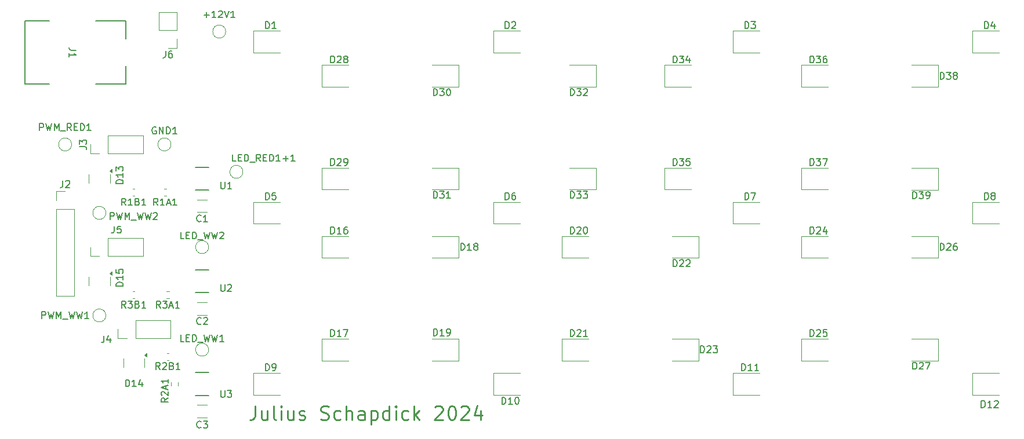
<source format=gbr>
%TF.GenerationSoftware,KiCad,Pcbnew,8.0.5*%
%TF.CreationDate,2024-10-10T20:21:21+02:00*%
%TF.ProjectId,Glasbaustein,476c6173-6261-4757-9374-65696e2e6b69,rev?*%
%TF.SameCoordinates,Original*%
%TF.FileFunction,Legend,Top*%
%TF.FilePolarity,Positive*%
%FSLAX46Y46*%
G04 Gerber Fmt 4.6, Leading zero omitted, Abs format (unit mm)*
G04 Created by KiCad (PCBNEW 8.0.5) date 2024-10-10 20:21:21*
%MOMM*%
%LPD*%
G01*
G04 APERTURE LIST*
%ADD10C,0.250000*%
%ADD11C,0.150000*%
%ADD12C,0.120000*%
%ADD13C,0.152400*%
G04 APERTURE END LIST*
D10*
X72712092Y-103242238D02*
X72712092Y-104670809D01*
X72712092Y-104670809D02*
X72616853Y-104956523D01*
X72616853Y-104956523D02*
X72426377Y-105147000D01*
X72426377Y-105147000D02*
X72140663Y-105242238D01*
X72140663Y-105242238D02*
X71950187Y-105242238D01*
X74521616Y-103908904D02*
X74521616Y-105242238D01*
X73664473Y-103908904D02*
X73664473Y-104956523D01*
X73664473Y-104956523D02*
X73759711Y-105147000D01*
X73759711Y-105147000D02*
X73950187Y-105242238D01*
X73950187Y-105242238D02*
X74235902Y-105242238D01*
X74235902Y-105242238D02*
X74426378Y-105147000D01*
X74426378Y-105147000D02*
X74521616Y-105051761D01*
X75759711Y-105242238D02*
X75569235Y-105147000D01*
X75569235Y-105147000D02*
X75473997Y-104956523D01*
X75473997Y-104956523D02*
X75473997Y-103242238D01*
X76521616Y-105242238D02*
X76521616Y-103908904D01*
X76521616Y-103242238D02*
X76426378Y-103337476D01*
X76426378Y-103337476D02*
X76521616Y-103432714D01*
X76521616Y-103432714D02*
X76616854Y-103337476D01*
X76616854Y-103337476D02*
X76521616Y-103242238D01*
X76521616Y-103242238D02*
X76521616Y-103432714D01*
X78331140Y-103908904D02*
X78331140Y-105242238D01*
X77473997Y-103908904D02*
X77473997Y-104956523D01*
X77473997Y-104956523D02*
X77569235Y-105147000D01*
X77569235Y-105147000D02*
X77759711Y-105242238D01*
X77759711Y-105242238D02*
X78045426Y-105242238D01*
X78045426Y-105242238D02*
X78235902Y-105147000D01*
X78235902Y-105147000D02*
X78331140Y-105051761D01*
X79188283Y-105147000D02*
X79378759Y-105242238D01*
X79378759Y-105242238D02*
X79759711Y-105242238D01*
X79759711Y-105242238D02*
X79950188Y-105147000D01*
X79950188Y-105147000D02*
X80045426Y-104956523D01*
X80045426Y-104956523D02*
X80045426Y-104861285D01*
X80045426Y-104861285D02*
X79950188Y-104670809D01*
X79950188Y-104670809D02*
X79759711Y-104575571D01*
X79759711Y-104575571D02*
X79473997Y-104575571D01*
X79473997Y-104575571D02*
X79283521Y-104480333D01*
X79283521Y-104480333D02*
X79188283Y-104289857D01*
X79188283Y-104289857D02*
X79188283Y-104194619D01*
X79188283Y-104194619D02*
X79283521Y-104004142D01*
X79283521Y-104004142D02*
X79473997Y-103908904D01*
X79473997Y-103908904D02*
X79759711Y-103908904D01*
X79759711Y-103908904D02*
X79950188Y-104004142D01*
X82331141Y-105147000D02*
X82616855Y-105242238D01*
X82616855Y-105242238D02*
X83093046Y-105242238D01*
X83093046Y-105242238D02*
X83283522Y-105147000D01*
X83283522Y-105147000D02*
X83378760Y-105051761D01*
X83378760Y-105051761D02*
X83473998Y-104861285D01*
X83473998Y-104861285D02*
X83473998Y-104670809D01*
X83473998Y-104670809D02*
X83378760Y-104480333D01*
X83378760Y-104480333D02*
X83283522Y-104385095D01*
X83283522Y-104385095D02*
X83093046Y-104289857D01*
X83093046Y-104289857D02*
X82712093Y-104194619D01*
X82712093Y-104194619D02*
X82521617Y-104099380D01*
X82521617Y-104099380D02*
X82426379Y-104004142D01*
X82426379Y-104004142D02*
X82331141Y-103813666D01*
X82331141Y-103813666D02*
X82331141Y-103623190D01*
X82331141Y-103623190D02*
X82426379Y-103432714D01*
X82426379Y-103432714D02*
X82521617Y-103337476D01*
X82521617Y-103337476D02*
X82712093Y-103242238D01*
X82712093Y-103242238D02*
X83188284Y-103242238D01*
X83188284Y-103242238D02*
X83473998Y-103337476D01*
X85188284Y-105147000D02*
X84997808Y-105242238D01*
X84997808Y-105242238D02*
X84616855Y-105242238D01*
X84616855Y-105242238D02*
X84426379Y-105147000D01*
X84426379Y-105147000D02*
X84331141Y-105051761D01*
X84331141Y-105051761D02*
X84235903Y-104861285D01*
X84235903Y-104861285D02*
X84235903Y-104289857D01*
X84235903Y-104289857D02*
X84331141Y-104099380D01*
X84331141Y-104099380D02*
X84426379Y-104004142D01*
X84426379Y-104004142D02*
X84616855Y-103908904D01*
X84616855Y-103908904D02*
X84997808Y-103908904D01*
X84997808Y-103908904D02*
X85188284Y-104004142D01*
X86045427Y-105242238D02*
X86045427Y-103242238D01*
X86902570Y-105242238D02*
X86902570Y-104194619D01*
X86902570Y-104194619D02*
X86807332Y-104004142D01*
X86807332Y-104004142D02*
X86616856Y-103908904D01*
X86616856Y-103908904D02*
X86331141Y-103908904D01*
X86331141Y-103908904D02*
X86140665Y-104004142D01*
X86140665Y-104004142D02*
X86045427Y-104099380D01*
X88712094Y-105242238D02*
X88712094Y-104194619D01*
X88712094Y-104194619D02*
X88616856Y-104004142D01*
X88616856Y-104004142D02*
X88426380Y-103908904D01*
X88426380Y-103908904D02*
X88045427Y-103908904D01*
X88045427Y-103908904D02*
X87854951Y-104004142D01*
X88712094Y-105147000D02*
X88521618Y-105242238D01*
X88521618Y-105242238D02*
X88045427Y-105242238D01*
X88045427Y-105242238D02*
X87854951Y-105147000D01*
X87854951Y-105147000D02*
X87759713Y-104956523D01*
X87759713Y-104956523D02*
X87759713Y-104766047D01*
X87759713Y-104766047D02*
X87854951Y-104575571D01*
X87854951Y-104575571D02*
X88045427Y-104480333D01*
X88045427Y-104480333D02*
X88521618Y-104480333D01*
X88521618Y-104480333D02*
X88712094Y-104385095D01*
X89664475Y-103908904D02*
X89664475Y-105908904D01*
X89664475Y-104004142D02*
X89854951Y-103908904D01*
X89854951Y-103908904D02*
X90235904Y-103908904D01*
X90235904Y-103908904D02*
X90426380Y-104004142D01*
X90426380Y-104004142D02*
X90521618Y-104099380D01*
X90521618Y-104099380D02*
X90616856Y-104289857D01*
X90616856Y-104289857D02*
X90616856Y-104861285D01*
X90616856Y-104861285D02*
X90521618Y-105051761D01*
X90521618Y-105051761D02*
X90426380Y-105147000D01*
X90426380Y-105147000D02*
X90235904Y-105242238D01*
X90235904Y-105242238D02*
X89854951Y-105242238D01*
X89854951Y-105242238D02*
X89664475Y-105147000D01*
X92331142Y-105242238D02*
X92331142Y-103242238D01*
X92331142Y-105147000D02*
X92140666Y-105242238D01*
X92140666Y-105242238D02*
X91759713Y-105242238D01*
X91759713Y-105242238D02*
X91569237Y-105147000D01*
X91569237Y-105147000D02*
X91473999Y-105051761D01*
X91473999Y-105051761D02*
X91378761Y-104861285D01*
X91378761Y-104861285D02*
X91378761Y-104289857D01*
X91378761Y-104289857D02*
X91473999Y-104099380D01*
X91473999Y-104099380D02*
X91569237Y-104004142D01*
X91569237Y-104004142D02*
X91759713Y-103908904D01*
X91759713Y-103908904D02*
X92140666Y-103908904D01*
X92140666Y-103908904D02*
X92331142Y-104004142D01*
X93283523Y-105242238D02*
X93283523Y-103908904D01*
X93283523Y-103242238D02*
X93188285Y-103337476D01*
X93188285Y-103337476D02*
X93283523Y-103432714D01*
X93283523Y-103432714D02*
X93378761Y-103337476D01*
X93378761Y-103337476D02*
X93283523Y-103242238D01*
X93283523Y-103242238D02*
X93283523Y-103432714D01*
X95093047Y-105147000D02*
X94902571Y-105242238D01*
X94902571Y-105242238D02*
X94521618Y-105242238D01*
X94521618Y-105242238D02*
X94331142Y-105147000D01*
X94331142Y-105147000D02*
X94235904Y-105051761D01*
X94235904Y-105051761D02*
X94140666Y-104861285D01*
X94140666Y-104861285D02*
X94140666Y-104289857D01*
X94140666Y-104289857D02*
X94235904Y-104099380D01*
X94235904Y-104099380D02*
X94331142Y-104004142D01*
X94331142Y-104004142D02*
X94521618Y-103908904D01*
X94521618Y-103908904D02*
X94902571Y-103908904D01*
X94902571Y-103908904D02*
X95093047Y-104004142D01*
X95950190Y-105242238D02*
X95950190Y-103242238D01*
X96140666Y-104480333D02*
X96712095Y-105242238D01*
X96712095Y-103908904D02*
X95950190Y-104670809D01*
X98997810Y-103432714D02*
X99093048Y-103337476D01*
X99093048Y-103337476D02*
X99283524Y-103242238D01*
X99283524Y-103242238D02*
X99759715Y-103242238D01*
X99759715Y-103242238D02*
X99950191Y-103337476D01*
X99950191Y-103337476D02*
X100045429Y-103432714D01*
X100045429Y-103432714D02*
X100140667Y-103623190D01*
X100140667Y-103623190D02*
X100140667Y-103813666D01*
X100140667Y-103813666D02*
X100045429Y-104099380D01*
X100045429Y-104099380D02*
X98902572Y-105242238D01*
X98902572Y-105242238D02*
X100140667Y-105242238D01*
X101378762Y-103242238D02*
X101569239Y-103242238D01*
X101569239Y-103242238D02*
X101759715Y-103337476D01*
X101759715Y-103337476D02*
X101854953Y-103432714D01*
X101854953Y-103432714D02*
X101950191Y-103623190D01*
X101950191Y-103623190D02*
X102045429Y-104004142D01*
X102045429Y-104004142D02*
X102045429Y-104480333D01*
X102045429Y-104480333D02*
X101950191Y-104861285D01*
X101950191Y-104861285D02*
X101854953Y-105051761D01*
X101854953Y-105051761D02*
X101759715Y-105147000D01*
X101759715Y-105147000D02*
X101569239Y-105242238D01*
X101569239Y-105242238D02*
X101378762Y-105242238D01*
X101378762Y-105242238D02*
X101188286Y-105147000D01*
X101188286Y-105147000D02*
X101093048Y-105051761D01*
X101093048Y-105051761D02*
X100997810Y-104861285D01*
X100997810Y-104861285D02*
X100902572Y-104480333D01*
X100902572Y-104480333D02*
X100902572Y-104004142D01*
X100902572Y-104004142D02*
X100997810Y-103623190D01*
X100997810Y-103623190D02*
X101093048Y-103432714D01*
X101093048Y-103432714D02*
X101188286Y-103337476D01*
X101188286Y-103337476D02*
X101378762Y-103242238D01*
X102807334Y-103432714D02*
X102902572Y-103337476D01*
X102902572Y-103337476D02*
X103093048Y-103242238D01*
X103093048Y-103242238D02*
X103569239Y-103242238D01*
X103569239Y-103242238D02*
X103759715Y-103337476D01*
X103759715Y-103337476D02*
X103854953Y-103432714D01*
X103854953Y-103432714D02*
X103950191Y-103623190D01*
X103950191Y-103623190D02*
X103950191Y-103813666D01*
X103950191Y-103813666D02*
X103854953Y-104099380D01*
X103854953Y-104099380D02*
X102712096Y-105242238D01*
X102712096Y-105242238D02*
X103950191Y-105242238D01*
X105664477Y-103908904D02*
X105664477Y-105242238D01*
X105188286Y-103147000D02*
X104712096Y-104575571D01*
X104712096Y-104575571D02*
X105950191Y-104575571D01*
D11*
X59666666Y-51324819D02*
X59666666Y-52039104D01*
X59666666Y-52039104D02*
X59619047Y-52181961D01*
X59619047Y-52181961D02*
X59523809Y-52277200D01*
X59523809Y-52277200D02*
X59380952Y-52324819D01*
X59380952Y-52324819D02*
X59285714Y-52324819D01*
X60571428Y-51324819D02*
X60380952Y-51324819D01*
X60380952Y-51324819D02*
X60285714Y-51372438D01*
X60285714Y-51372438D02*
X60238095Y-51420057D01*
X60238095Y-51420057D02*
X60142857Y-51562914D01*
X60142857Y-51562914D02*
X60095238Y-51753390D01*
X60095238Y-51753390D02*
X60095238Y-52134342D01*
X60095238Y-52134342D02*
X60142857Y-52229580D01*
X60142857Y-52229580D02*
X60190476Y-52277200D01*
X60190476Y-52277200D02*
X60285714Y-52324819D01*
X60285714Y-52324819D02*
X60476190Y-52324819D01*
X60476190Y-52324819D02*
X60571428Y-52277200D01*
X60571428Y-52277200D02*
X60619047Y-52229580D01*
X60619047Y-52229580D02*
X60666666Y-52134342D01*
X60666666Y-52134342D02*
X60666666Y-51896247D01*
X60666666Y-51896247D02*
X60619047Y-51801009D01*
X60619047Y-51801009D02*
X60571428Y-51753390D01*
X60571428Y-51753390D02*
X60476190Y-51705771D01*
X60476190Y-51705771D02*
X60285714Y-51705771D01*
X60285714Y-51705771D02*
X60190476Y-51753390D01*
X60190476Y-51753390D02*
X60142857Y-51801009D01*
X60142857Y-51801009D02*
X60095238Y-51896247D01*
X109261905Y-48054819D02*
X109261905Y-47054819D01*
X109261905Y-47054819D02*
X109500000Y-47054819D01*
X109500000Y-47054819D02*
X109642857Y-47102438D01*
X109642857Y-47102438D02*
X109738095Y-47197676D01*
X109738095Y-47197676D02*
X109785714Y-47292914D01*
X109785714Y-47292914D02*
X109833333Y-47483390D01*
X109833333Y-47483390D02*
X109833333Y-47626247D01*
X109833333Y-47626247D02*
X109785714Y-47816723D01*
X109785714Y-47816723D02*
X109738095Y-47911961D01*
X109738095Y-47911961D02*
X109642857Y-48007200D01*
X109642857Y-48007200D02*
X109500000Y-48054819D01*
X109500000Y-48054819D02*
X109261905Y-48054819D01*
X110214286Y-47150057D02*
X110261905Y-47102438D01*
X110261905Y-47102438D02*
X110357143Y-47054819D01*
X110357143Y-47054819D02*
X110595238Y-47054819D01*
X110595238Y-47054819D02*
X110690476Y-47102438D01*
X110690476Y-47102438D02*
X110738095Y-47150057D01*
X110738095Y-47150057D02*
X110785714Y-47245295D01*
X110785714Y-47245295D02*
X110785714Y-47340533D01*
X110785714Y-47340533D02*
X110738095Y-47483390D01*
X110738095Y-47483390D02*
X110166667Y-48054819D01*
X110166667Y-48054819D02*
X110785714Y-48054819D01*
X179261905Y-73054819D02*
X179261905Y-72054819D01*
X179261905Y-72054819D02*
X179500000Y-72054819D01*
X179500000Y-72054819D02*
X179642857Y-72102438D01*
X179642857Y-72102438D02*
X179738095Y-72197676D01*
X179738095Y-72197676D02*
X179785714Y-72292914D01*
X179785714Y-72292914D02*
X179833333Y-72483390D01*
X179833333Y-72483390D02*
X179833333Y-72626247D01*
X179833333Y-72626247D02*
X179785714Y-72816723D01*
X179785714Y-72816723D02*
X179738095Y-72911961D01*
X179738095Y-72911961D02*
X179642857Y-73007200D01*
X179642857Y-73007200D02*
X179500000Y-73054819D01*
X179500000Y-73054819D02*
X179261905Y-73054819D01*
X180404762Y-72483390D02*
X180309524Y-72435771D01*
X180309524Y-72435771D02*
X180261905Y-72388152D01*
X180261905Y-72388152D02*
X180214286Y-72292914D01*
X180214286Y-72292914D02*
X180214286Y-72245295D01*
X180214286Y-72245295D02*
X180261905Y-72150057D01*
X180261905Y-72150057D02*
X180309524Y-72102438D01*
X180309524Y-72102438D02*
X180404762Y-72054819D01*
X180404762Y-72054819D02*
X180595238Y-72054819D01*
X180595238Y-72054819D02*
X180690476Y-72102438D01*
X180690476Y-72102438D02*
X180738095Y-72150057D01*
X180738095Y-72150057D02*
X180785714Y-72245295D01*
X180785714Y-72245295D02*
X180785714Y-72292914D01*
X180785714Y-72292914D02*
X180738095Y-72388152D01*
X180738095Y-72388152D02*
X180690476Y-72435771D01*
X180690476Y-72435771D02*
X180595238Y-72483390D01*
X180595238Y-72483390D02*
X180404762Y-72483390D01*
X180404762Y-72483390D02*
X180309524Y-72531009D01*
X180309524Y-72531009D02*
X180261905Y-72578628D01*
X180261905Y-72578628D02*
X180214286Y-72673866D01*
X180214286Y-72673866D02*
X180214286Y-72864342D01*
X180214286Y-72864342D02*
X180261905Y-72959580D01*
X180261905Y-72959580D02*
X180309524Y-73007200D01*
X180309524Y-73007200D02*
X180404762Y-73054819D01*
X180404762Y-73054819D02*
X180595238Y-73054819D01*
X180595238Y-73054819D02*
X180690476Y-73007200D01*
X180690476Y-73007200D02*
X180738095Y-72959580D01*
X180738095Y-72959580D02*
X180785714Y-72864342D01*
X180785714Y-72864342D02*
X180785714Y-72673866D01*
X180785714Y-72673866D02*
X180738095Y-72578628D01*
X180738095Y-72578628D02*
X180690476Y-72531009D01*
X180690476Y-72531009D02*
X180595238Y-72483390D01*
X109261905Y-73054819D02*
X109261905Y-72054819D01*
X109261905Y-72054819D02*
X109500000Y-72054819D01*
X109500000Y-72054819D02*
X109642857Y-72102438D01*
X109642857Y-72102438D02*
X109738095Y-72197676D01*
X109738095Y-72197676D02*
X109785714Y-72292914D01*
X109785714Y-72292914D02*
X109833333Y-72483390D01*
X109833333Y-72483390D02*
X109833333Y-72626247D01*
X109833333Y-72626247D02*
X109785714Y-72816723D01*
X109785714Y-72816723D02*
X109738095Y-72911961D01*
X109738095Y-72911961D02*
X109642857Y-73007200D01*
X109642857Y-73007200D02*
X109500000Y-73054819D01*
X109500000Y-73054819D02*
X109261905Y-73054819D01*
X110690476Y-72054819D02*
X110500000Y-72054819D01*
X110500000Y-72054819D02*
X110404762Y-72102438D01*
X110404762Y-72102438D02*
X110357143Y-72150057D01*
X110357143Y-72150057D02*
X110261905Y-72292914D01*
X110261905Y-72292914D02*
X110214286Y-72483390D01*
X110214286Y-72483390D02*
X110214286Y-72864342D01*
X110214286Y-72864342D02*
X110261905Y-72959580D01*
X110261905Y-72959580D02*
X110309524Y-73007200D01*
X110309524Y-73007200D02*
X110404762Y-73054819D01*
X110404762Y-73054819D02*
X110595238Y-73054819D01*
X110595238Y-73054819D02*
X110690476Y-73007200D01*
X110690476Y-73007200D02*
X110738095Y-72959580D01*
X110738095Y-72959580D02*
X110785714Y-72864342D01*
X110785714Y-72864342D02*
X110785714Y-72626247D01*
X110785714Y-72626247D02*
X110738095Y-72531009D01*
X110738095Y-72531009D02*
X110690476Y-72483390D01*
X110690476Y-72483390D02*
X110595238Y-72435771D01*
X110595238Y-72435771D02*
X110404762Y-72435771D01*
X110404762Y-72435771D02*
X110309524Y-72483390D01*
X110309524Y-72483390D02*
X110261905Y-72531009D01*
X110261905Y-72531009D02*
X110214286Y-72626247D01*
X53454819Y-85714285D02*
X52454819Y-85714285D01*
X52454819Y-85714285D02*
X52454819Y-85476190D01*
X52454819Y-85476190D02*
X52502438Y-85333333D01*
X52502438Y-85333333D02*
X52597676Y-85238095D01*
X52597676Y-85238095D02*
X52692914Y-85190476D01*
X52692914Y-85190476D02*
X52883390Y-85142857D01*
X52883390Y-85142857D02*
X53026247Y-85142857D01*
X53026247Y-85142857D02*
X53216723Y-85190476D01*
X53216723Y-85190476D02*
X53311961Y-85238095D01*
X53311961Y-85238095D02*
X53407200Y-85333333D01*
X53407200Y-85333333D02*
X53454819Y-85476190D01*
X53454819Y-85476190D02*
X53454819Y-85714285D01*
X53454819Y-84190476D02*
X53454819Y-84761904D01*
X53454819Y-84476190D02*
X52454819Y-84476190D01*
X52454819Y-84476190D02*
X52597676Y-84571428D01*
X52597676Y-84571428D02*
X52692914Y-84666666D01*
X52692914Y-84666666D02*
X52740533Y-84761904D01*
X52454819Y-83285714D02*
X52454819Y-83761904D01*
X52454819Y-83761904D02*
X52931009Y-83809523D01*
X52931009Y-83809523D02*
X52883390Y-83761904D01*
X52883390Y-83761904D02*
X52835771Y-83666666D01*
X52835771Y-83666666D02*
X52835771Y-83428571D01*
X52835771Y-83428571D02*
X52883390Y-83333333D01*
X52883390Y-83333333D02*
X52931009Y-83285714D01*
X52931009Y-83285714D02*
X53026247Y-83238095D01*
X53026247Y-83238095D02*
X53264342Y-83238095D01*
X53264342Y-83238095D02*
X53359580Y-83285714D01*
X53359580Y-83285714D02*
X53407200Y-83333333D01*
X53407200Y-83333333D02*
X53454819Y-83428571D01*
X53454819Y-83428571D02*
X53454819Y-83666666D01*
X53454819Y-83666666D02*
X53407200Y-83761904D01*
X53407200Y-83761904D02*
X53359580Y-83809523D01*
X83785714Y-78054819D02*
X83785714Y-77054819D01*
X83785714Y-77054819D02*
X84023809Y-77054819D01*
X84023809Y-77054819D02*
X84166666Y-77102438D01*
X84166666Y-77102438D02*
X84261904Y-77197676D01*
X84261904Y-77197676D02*
X84309523Y-77292914D01*
X84309523Y-77292914D02*
X84357142Y-77483390D01*
X84357142Y-77483390D02*
X84357142Y-77626247D01*
X84357142Y-77626247D02*
X84309523Y-77816723D01*
X84309523Y-77816723D02*
X84261904Y-77911961D01*
X84261904Y-77911961D02*
X84166666Y-78007200D01*
X84166666Y-78007200D02*
X84023809Y-78054819D01*
X84023809Y-78054819D02*
X83785714Y-78054819D01*
X85309523Y-78054819D02*
X84738095Y-78054819D01*
X85023809Y-78054819D02*
X85023809Y-77054819D01*
X85023809Y-77054819D02*
X84928571Y-77197676D01*
X84928571Y-77197676D02*
X84833333Y-77292914D01*
X84833333Y-77292914D02*
X84738095Y-77340533D01*
X86166666Y-77054819D02*
X85976190Y-77054819D01*
X85976190Y-77054819D02*
X85880952Y-77102438D01*
X85880952Y-77102438D02*
X85833333Y-77150057D01*
X85833333Y-77150057D02*
X85738095Y-77292914D01*
X85738095Y-77292914D02*
X85690476Y-77483390D01*
X85690476Y-77483390D02*
X85690476Y-77864342D01*
X85690476Y-77864342D02*
X85738095Y-77959580D01*
X85738095Y-77959580D02*
X85785714Y-78007200D01*
X85785714Y-78007200D02*
X85880952Y-78054819D01*
X85880952Y-78054819D02*
X86071428Y-78054819D01*
X86071428Y-78054819D02*
X86166666Y-78007200D01*
X86166666Y-78007200D02*
X86214285Y-77959580D01*
X86214285Y-77959580D02*
X86261904Y-77864342D01*
X86261904Y-77864342D02*
X86261904Y-77626247D01*
X86261904Y-77626247D02*
X86214285Y-77531009D01*
X86214285Y-77531009D02*
X86166666Y-77483390D01*
X86166666Y-77483390D02*
X86071428Y-77435771D01*
X86071428Y-77435771D02*
X85880952Y-77435771D01*
X85880952Y-77435771D02*
X85785714Y-77483390D01*
X85785714Y-77483390D02*
X85738095Y-77531009D01*
X85738095Y-77531009D02*
X85690476Y-77626247D01*
X58928571Y-88884819D02*
X58595238Y-88408628D01*
X58357143Y-88884819D02*
X58357143Y-87884819D01*
X58357143Y-87884819D02*
X58738095Y-87884819D01*
X58738095Y-87884819D02*
X58833333Y-87932438D01*
X58833333Y-87932438D02*
X58880952Y-87980057D01*
X58880952Y-87980057D02*
X58928571Y-88075295D01*
X58928571Y-88075295D02*
X58928571Y-88218152D01*
X58928571Y-88218152D02*
X58880952Y-88313390D01*
X58880952Y-88313390D02*
X58833333Y-88361009D01*
X58833333Y-88361009D02*
X58738095Y-88408628D01*
X58738095Y-88408628D02*
X58357143Y-88408628D01*
X59261905Y-87884819D02*
X59880952Y-87884819D01*
X59880952Y-87884819D02*
X59547619Y-88265771D01*
X59547619Y-88265771D02*
X59690476Y-88265771D01*
X59690476Y-88265771D02*
X59785714Y-88313390D01*
X59785714Y-88313390D02*
X59833333Y-88361009D01*
X59833333Y-88361009D02*
X59880952Y-88456247D01*
X59880952Y-88456247D02*
X59880952Y-88694342D01*
X59880952Y-88694342D02*
X59833333Y-88789580D01*
X59833333Y-88789580D02*
X59785714Y-88837200D01*
X59785714Y-88837200D02*
X59690476Y-88884819D01*
X59690476Y-88884819D02*
X59404762Y-88884819D01*
X59404762Y-88884819D02*
X59309524Y-88837200D01*
X59309524Y-88837200D02*
X59261905Y-88789580D01*
X60261905Y-88599104D02*
X60738095Y-88599104D01*
X60166667Y-88884819D02*
X60500000Y-87884819D01*
X60500000Y-87884819D02*
X60833333Y-88884819D01*
X61690476Y-88884819D02*
X61119048Y-88884819D01*
X61404762Y-88884819D02*
X61404762Y-87884819D01*
X61404762Y-87884819D02*
X61309524Y-88027676D01*
X61309524Y-88027676D02*
X61214286Y-88122914D01*
X61214286Y-88122914D02*
X61119048Y-88170533D01*
X153785714Y-53054819D02*
X153785714Y-52054819D01*
X153785714Y-52054819D02*
X154023809Y-52054819D01*
X154023809Y-52054819D02*
X154166666Y-52102438D01*
X154166666Y-52102438D02*
X154261904Y-52197676D01*
X154261904Y-52197676D02*
X154309523Y-52292914D01*
X154309523Y-52292914D02*
X154357142Y-52483390D01*
X154357142Y-52483390D02*
X154357142Y-52626247D01*
X154357142Y-52626247D02*
X154309523Y-52816723D01*
X154309523Y-52816723D02*
X154261904Y-52911961D01*
X154261904Y-52911961D02*
X154166666Y-53007200D01*
X154166666Y-53007200D02*
X154023809Y-53054819D01*
X154023809Y-53054819D02*
X153785714Y-53054819D01*
X154690476Y-52054819D02*
X155309523Y-52054819D01*
X155309523Y-52054819D02*
X154976190Y-52435771D01*
X154976190Y-52435771D02*
X155119047Y-52435771D01*
X155119047Y-52435771D02*
X155214285Y-52483390D01*
X155214285Y-52483390D02*
X155261904Y-52531009D01*
X155261904Y-52531009D02*
X155309523Y-52626247D01*
X155309523Y-52626247D02*
X155309523Y-52864342D01*
X155309523Y-52864342D02*
X155261904Y-52959580D01*
X155261904Y-52959580D02*
X155214285Y-53007200D01*
X155214285Y-53007200D02*
X155119047Y-53054819D01*
X155119047Y-53054819D02*
X154833333Y-53054819D01*
X154833333Y-53054819D02*
X154738095Y-53007200D01*
X154738095Y-53007200D02*
X154690476Y-52959580D01*
X156166666Y-52054819D02*
X155976190Y-52054819D01*
X155976190Y-52054819D02*
X155880952Y-52102438D01*
X155880952Y-52102438D02*
X155833333Y-52150057D01*
X155833333Y-52150057D02*
X155738095Y-52292914D01*
X155738095Y-52292914D02*
X155690476Y-52483390D01*
X155690476Y-52483390D02*
X155690476Y-52864342D01*
X155690476Y-52864342D02*
X155738095Y-52959580D01*
X155738095Y-52959580D02*
X155785714Y-53007200D01*
X155785714Y-53007200D02*
X155880952Y-53054819D01*
X155880952Y-53054819D02*
X156071428Y-53054819D01*
X156071428Y-53054819D02*
X156166666Y-53007200D01*
X156166666Y-53007200D02*
X156214285Y-52959580D01*
X156214285Y-52959580D02*
X156261904Y-52864342D01*
X156261904Y-52864342D02*
X156261904Y-52626247D01*
X156261904Y-52626247D02*
X156214285Y-52531009D01*
X156214285Y-52531009D02*
X156166666Y-52483390D01*
X156166666Y-52483390D02*
X156071428Y-52435771D01*
X156071428Y-52435771D02*
X155880952Y-52435771D01*
X155880952Y-52435771D02*
X155785714Y-52483390D01*
X155785714Y-52483390D02*
X155738095Y-52531009D01*
X155738095Y-52531009D02*
X155690476Y-52626247D01*
X74261905Y-48054819D02*
X74261905Y-47054819D01*
X74261905Y-47054819D02*
X74500000Y-47054819D01*
X74500000Y-47054819D02*
X74642857Y-47102438D01*
X74642857Y-47102438D02*
X74738095Y-47197676D01*
X74738095Y-47197676D02*
X74785714Y-47292914D01*
X74785714Y-47292914D02*
X74833333Y-47483390D01*
X74833333Y-47483390D02*
X74833333Y-47626247D01*
X74833333Y-47626247D02*
X74785714Y-47816723D01*
X74785714Y-47816723D02*
X74738095Y-47911961D01*
X74738095Y-47911961D02*
X74642857Y-48007200D01*
X74642857Y-48007200D02*
X74500000Y-48054819D01*
X74500000Y-48054819D02*
X74261905Y-48054819D01*
X75785714Y-48054819D02*
X75214286Y-48054819D01*
X75500000Y-48054819D02*
X75500000Y-47054819D01*
X75500000Y-47054819D02*
X75404762Y-47197676D01*
X75404762Y-47197676D02*
X75309524Y-47292914D01*
X75309524Y-47292914D02*
X75214286Y-47340533D01*
X53835714Y-100392319D02*
X53835714Y-99392319D01*
X53835714Y-99392319D02*
X54073809Y-99392319D01*
X54073809Y-99392319D02*
X54216666Y-99439938D01*
X54216666Y-99439938D02*
X54311904Y-99535176D01*
X54311904Y-99535176D02*
X54359523Y-99630414D01*
X54359523Y-99630414D02*
X54407142Y-99820890D01*
X54407142Y-99820890D02*
X54407142Y-99963747D01*
X54407142Y-99963747D02*
X54359523Y-100154223D01*
X54359523Y-100154223D02*
X54311904Y-100249461D01*
X54311904Y-100249461D02*
X54216666Y-100344700D01*
X54216666Y-100344700D02*
X54073809Y-100392319D01*
X54073809Y-100392319D02*
X53835714Y-100392319D01*
X55359523Y-100392319D02*
X54788095Y-100392319D01*
X55073809Y-100392319D02*
X55073809Y-99392319D01*
X55073809Y-99392319D02*
X54978571Y-99535176D01*
X54978571Y-99535176D02*
X54883333Y-99630414D01*
X54883333Y-99630414D02*
X54788095Y-99678033D01*
X56216666Y-99725652D02*
X56216666Y-100392319D01*
X55978571Y-99344700D02*
X55740476Y-100058985D01*
X55740476Y-100058985D02*
X56359523Y-100058985D01*
X67738095Y-85454819D02*
X67738095Y-86264342D01*
X67738095Y-86264342D02*
X67785714Y-86359580D01*
X67785714Y-86359580D02*
X67833333Y-86407200D01*
X67833333Y-86407200D02*
X67928571Y-86454819D01*
X67928571Y-86454819D02*
X68119047Y-86454819D01*
X68119047Y-86454819D02*
X68214285Y-86407200D01*
X68214285Y-86407200D02*
X68261904Y-86359580D01*
X68261904Y-86359580D02*
X68309523Y-86264342D01*
X68309523Y-86264342D02*
X68309523Y-85454819D01*
X68738095Y-85550057D02*
X68785714Y-85502438D01*
X68785714Y-85502438D02*
X68880952Y-85454819D01*
X68880952Y-85454819D02*
X69119047Y-85454819D01*
X69119047Y-85454819D02*
X69214285Y-85502438D01*
X69214285Y-85502438D02*
X69261904Y-85550057D01*
X69261904Y-85550057D02*
X69309523Y-85645295D01*
X69309523Y-85645295D02*
X69309523Y-85740533D01*
X69309523Y-85740533D02*
X69261904Y-85883390D01*
X69261904Y-85883390D02*
X68690476Y-86454819D01*
X68690476Y-86454819D02*
X69309523Y-86454819D01*
X58261904Y-62502438D02*
X58166666Y-62454819D01*
X58166666Y-62454819D02*
X58023809Y-62454819D01*
X58023809Y-62454819D02*
X57880952Y-62502438D01*
X57880952Y-62502438D02*
X57785714Y-62597676D01*
X57785714Y-62597676D02*
X57738095Y-62692914D01*
X57738095Y-62692914D02*
X57690476Y-62883390D01*
X57690476Y-62883390D02*
X57690476Y-63026247D01*
X57690476Y-63026247D02*
X57738095Y-63216723D01*
X57738095Y-63216723D02*
X57785714Y-63311961D01*
X57785714Y-63311961D02*
X57880952Y-63407200D01*
X57880952Y-63407200D02*
X58023809Y-63454819D01*
X58023809Y-63454819D02*
X58119047Y-63454819D01*
X58119047Y-63454819D02*
X58261904Y-63407200D01*
X58261904Y-63407200D02*
X58309523Y-63359580D01*
X58309523Y-63359580D02*
X58309523Y-63026247D01*
X58309523Y-63026247D02*
X58119047Y-63026247D01*
X58738095Y-63454819D02*
X58738095Y-62454819D01*
X58738095Y-62454819D02*
X59309523Y-63454819D01*
X59309523Y-63454819D02*
X59309523Y-62454819D01*
X59785714Y-63454819D02*
X59785714Y-62454819D01*
X59785714Y-62454819D02*
X60023809Y-62454819D01*
X60023809Y-62454819D02*
X60166666Y-62502438D01*
X60166666Y-62502438D02*
X60261904Y-62597676D01*
X60261904Y-62597676D02*
X60309523Y-62692914D01*
X60309523Y-62692914D02*
X60357142Y-62883390D01*
X60357142Y-62883390D02*
X60357142Y-63026247D01*
X60357142Y-63026247D02*
X60309523Y-63216723D01*
X60309523Y-63216723D02*
X60261904Y-63311961D01*
X60261904Y-63311961D02*
X60166666Y-63407200D01*
X60166666Y-63407200D02*
X60023809Y-63454819D01*
X60023809Y-63454819D02*
X59785714Y-63454819D01*
X61309523Y-63454819D02*
X60738095Y-63454819D01*
X61023809Y-63454819D02*
X61023809Y-62454819D01*
X61023809Y-62454819D02*
X60928571Y-62597676D01*
X60928571Y-62597676D02*
X60833333Y-62692914D01*
X60833333Y-62692914D02*
X60738095Y-62740533D01*
X144261905Y-48054819D02*
X144261905Y-47054819D01*
X144261905Y-47054819D02*
X144500000Y-47054819D01*
X144500000Y-47054819D02*
X144642857Y-47102438D01*
X144642857Y-47102438D02*
X144738095Y-47197676D01*
X144738095Y-47197676D02*
X144785714Y-47292914D01*
X144785714Y-47292914D02*
X144833333Y-47483390D01*
X144833333Y-47483390D02*
X144833333Y-47626247D01*
X144833333Y-47626247D02*
X144785714Y-47816723D01*
X144785714Y-47816723D02*
X144738095Y-47911961D01*
X144738095Y-47911961D02*
X144642857Y-48007200D01*
X144642857Y-48007200D02*
X144500000Y-48054819D01*
X144500000Y-48054819D02*
X144261905Y-48054819D01*
X145166667Y-47054819D02*
X145785714Y-47054819D01*
X145785714Y-47054819D02*
X145452381Y-47435771D01*
X145452381Y-47435771D02*
X145595238Y-47435771D01*
X145595238Y-47435771D02*
X145690476Y-47483390D01*
X145690476Y-47483390D02*
X145738095Y-47531009D01*
X145738095Y-47531009D02*
X145785714Y-47626247D01*
X145785714Y-47626247D02*
X145785714Y-47864342D01*
X145785714Y-47864342D02*
X145738095Y-47959580D01*
X145738095Y-47959580D02*
X145690476Y-48007200D01*
X145690476Y-48007200D02*
X145595238Y-48054819D01*
X145595238Y-48054819D02*
X145309524Y-48054819D01*
X145309524Y-48054819D02*
X145214286Y-48007200D01*
X145214286Y-48007200D02*
X145166667Y-47959580D01*
X168785714Y-97854819D02*
X168785714Y-96854819D01*
X168785714Y-96854819D02*
X169023809Y-96854819D01*
X169023809Y-96854819D02*
X169166666Y-96902438D01*
X169166666Y-96902438D02*
X169261904Y-96997676D01*
X169261904Y-96997676D02*
X169309523Y-97092914D01*
X169309523Y-97092914D02*
X169357142Y-97283390D01*
X169357142Y-97283390D02*
X169357142Y-97426247D01*
X169357142Y-97426247D02*
X169309523Y-97616723D01*
X169309523Y-97616723D02*
X169261904Y-97711961D01*
X169261904Y-97711961D02*
X169166666Y-97807200D01*
X169166666Y-97807200D02*
X169023809Y-97854819D01*
X169023809Y-97854819D02*
X168785714Y-97854819D01*
X169738095Y-96950057D02*
X169785714Y-96902438D01*
X169785714Y-96902438D02*
X169880952Y-96854819D01*
X169880952Y-96854819D02*
X170119047Y-96854819D01*
X170119047Y-96854819D02*
X170214285Y-96902438D01*
X170214285Y-96902438D02*
X170261904Y-96950057D01*
X170261904Y-96950057D02*
X170309523Y-97045295D01*
X170309523Y-97045295D02*
X170309523Y-97140533D01*
X170309523Y-97140533D02*
X170261904Y-97283390D01*
X170261904Y-97283390D02*
X169690476Y-97854819D01*
X169690476Y-97854819D02*
X170309523Y-97854819D01*
X170642857Y-96854819D02*
X171309523Y-96854819D01*
X171309523Y-96854819D02*
X170880952Y-97854819D01*
X74261905Y-73054819D02*
X74261905Y-72054819D01*
X74261905Y-72054819D02*
X74500000Y-72054819D01*
X74500000Y-72054819D02*
X74642857Y-72102438D01*
X74642857Y-72102438D02*
X74738095Y-72197676D01*
X74738095Y-72197676D02*
X74785714Y-72292914D01*
X74785714Y-72292914D02*
X74833333Y-72483390D01*
X74833333Y-72483390D02*
X74833333Y-72626247D01*
X74833333Y-72626247D02*
X74785714Y-72816723D01*
X74785714Y-72816723D02*
X74738095Y-72911961D01*
X74738095Y-72911961D02*
X74642857Y-73007200D01*
X74642857Y-73007200D02*
X74500000Y-73054819D01*
X74500000Y-73054819D02*
X74261905Y-73054819D01*
X75738095Y-72054819D02*
X75261905Y-72054819D01*
X75261905Y-72054819D02*
X75214286Y-72531009D01*
X75214286Y-72531009D02*
X75261905Y-72483390D01*
X75261905Y-72483390D02*
X75357143Y-72435771D01*
X75357143Y-72435771D02*
X75595238Y-72435771D01*
X75595238Y-72435771D02*
X75690476Y-72483390D01*
X75690476Y-72483390D02*
X75738095Y-72531009D01*
X75738095Y-72531009D02*
X75785714Y-72626247D01*
X75785714Y-72626247D02*
X75785714Y-72864342D01*
X75785714Y-72864342D02*
X75738095Y-72959580D01*
X75738095Y-72959580D02*
X75690476Y-73007200D01*
X75690476Y-73007200D02*
X75595238Y-73054819D01*
X75595238Y-73054819D02*
X75357143Y-73054819D01*
X75357143Y-73054819D02*
X75261905Y-73007200D01*
X75261905Y-73007200D02*
X75214286Y-72959580D01*
X53454819Y-70714285D02*
X52454819Y-70714285D01*
X52454819Y-70714285D02*
X52454819Y-70476190D01*
X52454819Y-70476190D02*
X52502438Y-70333333D01*
X52502438Y-70333333D02*
X52597676Y-70238095D01*
X52597676Y-70238095D02*
X52692914Y-70190476D01*
X52692914Y-70190476D02*
X52883390Y-70142857D01*
X52883390Y-70142857D02*
X53026247Y-70142857D01*
X53026247Y-70142857D02*
X53216723Y-70190476D01*
X53216723Y-70190476D02*
X53311961Y-70238095D01*
X53311961Y-70238095D02*
X53407200Y-70333333D01*
X53407200Y-70333333D02*
X53454819Y-70476190D01*
X53454819Y-70476190D02*
X53454819Y-70714285D01*
X53454819Y-69190476D02*
X53454819Y-69761904D01*
X53454819Y-69476190D02*
X52454819Y-69476190D01*
X52454819Y-69476190D02*
X52597676Y-69571428D01*
X52597676Y-69571428D02*
X52692914Y-69666666D01*
X52692914Y-69666666D02*
X52740533Y-69761904D01*
X52454819Y-68857142D02*
X52454819Y-68238095D01*
X52454819Y-68238095D02*
X52835771Y-68571428D01*
X52835771Y-68571428D02*
X52835771Y-68428571D01*
X52835771Y-68428571D02*
X52883390Y-68333333D01*
X52883390Y-68333333D02*
X52931009Y-68285714D01*
X52931009Y-68285714D02*
X53026247Y-68238095D01*
X53026247Y-68238095D02*
X53264342Y-68238095D01*
X53264342Y-68238095D02*
X53359580Y-68285714D01*
X53359580Y-68285714D02*
X53407200Y-68333333D01*
X53407200Y-68333333D02*
X53454819Y-68428571D01*
X53454819Y-68428571D02*
X53454819Y-68714285D01*
X53454819Y-68714285D02*
X53407200Y-68809523D01*
X53407200Y-68809523D02*
X53359580Y-68857142D01*
X74261905Y-98054819D02*
X74261905Y-97054819D01*
X74261905Y-97054819D02*
X74500000Y-97054819D01*
X74500000Y-97054819D02*
X74642857Y-97102438D01*
X74642857Y-97102438D02*
X74738095Y-97197676D01*
X74738095Y-97197676D02*
X74785714Y-97292914D01*
X74785714Y-97292914D02*
X74833333Y-97483390D01*
X74833333Y-97483390D02*
X74833333Y-97626247D01*
X74833333Y-97626247D02*
X74785714Y-97816723D01*
X74785714Y-97816723D02*
X74738095Y-97911961D01*
X74738095Y-97911961D02*
X74642857Y-98007200D01*
X74642857Y-98007200D02*
X74500000Y-98054819D01*
X74500000Y-98054819D02*
X74261905Y-98054819D01*
X75309524Y-98054819D02*
X75500000Y-98054819D01*
X75500000Y-98054819D02*
X75595238Y-98007200D01*
X75595238Y-98007200D02*
X75642857Y-97959580D01*
X75642857Y-97959580D02*
X75738095Y-97816723D01*
X75738095Y-97816723D02*
X75785714Y-97626247D01*
X75785714Y-97626247D02*
X75785714Y-97245295D01*
X75785714Y-97245295D02*
X75738095Y-97150057D01*
X75738095Y-97150057D02*
X75690476Y-97102438D01*
X75690476Y-97102438D02*
X75595238Y-97054819D01*
X75595238Y-97054819D02*
X75404762Y-97054819D01*
X75404762Y-97054819D02*
X75309524Y-97102438D01*
X75309524Y-97102438D02*
X75261905Y-97150057D01*
X75261905Y-97150057D02*
X75214286Y-97245295D01*
X75214286Y-97245295D02*
X75214286Y-97483390D01*
X75214286Y-97483390D02*
X75261905Y-97578628D01*
X75261905Y-97578628D02*
X75309524Y-97626247D01*
X75309524Y-97626247D02*
X75404762Y-97673866D01*
X75404762Y-97673866D02*
X75595238Y-97673866D01*
X75595238Y-97673866D02*
X75690476Y-97626247D01*
X75690476Y-97626247D02*
X75738095Y-97578628D01*
X75738095Y-97578628D02*
X75785714Y-97483390D01*
X83785714Y-68054819D02*
X83785714Y-67054819D01*
X83785714Y-67054819D02*
X84023809Y-67054819D01*
X84023809Y-67054819D02*
X84166666Y-67102438D01*
X84166666Y-67102438D02*
X84261904Y-67197676D01*
X84261904Y-67197676D02*
X84309523Y-67292914D01*
X84309523Y-67292914D02*
X84357142Y-67483390D01*
X84357142Y-67483390D02*
X84357142Y-67626247D01*
X84357142Y-67626247D02*
X84309523Y-67816723D01*
X84309523Y-67816723D02*
X84261904Y-67911961D01*
X84261904Y-67911961D02*
X84166666Y-68007200D01*
X84166666Y-68007200D02*
X84023809Y-68054819D01*
X84023809Y-68054819D02*
X83785714Y-68054819D01*
X84738095Y-67150057D02*
X84785714Y-67102438D01*
X84785714Y-67102438D02*
X84880952Y-67054819D01*
X84880952Y-67054819D02*
X85119047Y-67054819D01*
X85119047Y-67054819D02*
X85214285Y-67102438D01*
X85214285Y-67102438D02*
X85261904Y-67150057D01*
X85261904Y-67150057D02*
X85309523Y-67245295D01*
X85309523Y-67245295D02*
X85309523Y-67340533D01*
X85309523Y-67340533D02*
X85261904Y-67483390D01*
X85261904Y-67483390D02*
X84690476Y-68054819D01*
X84690476Y-68054819D02*
X85309523Y-68054819D01*
X85785714Y-68054819D02*
X85976190Y-68054819D01*
X85976190Y-68054819D02*
X86071428Y-68007200D01*
X86071428Y-68007200D02*
X86119047Y-67959580D01*
X86119047Y-67959580D02*
X86214285Y-67816723D01*
X86214285Y-67816723D02*
X86261904Y-67626247D01*
X86261904Y-67626247D02*
X86261904Y-67245295D01*
X86261904Y-67245295D02*
X86214285Y-67150057D01*
X86214285Y-67150057D02*
X86166666Y-67102438D01*
X86166666Y-67102438D02*
X86071428Y-67054819D01*
X86071428Y-67054819D02*
X85880952Y-67054819D01*
X85880952Y-67054819D02*
X85785714Y-67102438D01*
X85785714Y-67102438D02*
X85738095Y-67150057D01*
X85738095Y-67150057D02*
X85690476Y-67245295D01*
X85690476Y-67245295D02*
X85690476Y-67483390D01*
X85690476Y-67483390D02*
X85738095Y-67578628D01*
X85738095Y-67578628D02*
X85785714Y-67626247D01*
X85785714Y-67626247D02*
X85880952Y-67673866D01*
X85880952Y-67673866D02*
X86071428Y-67673866D01*
X86071428Y-67673866D02*
X86166666Y-67626247D01*
X86166666Y-67626247D02*
X86214285Y-67578628D01*
X86214285Y-67578628D02*
X86261904Y-67483390D01*
X118785714Y-72854819D02*
X118785714Y-71854819D01*
X118785714Y-71854819D02*
X119023809Y-71854819D01*
X119023809Y-71854819D02*
X119166666Y-71902438D01*
X119166666Y-71902438D02*
X119261904Y-71997676D01*
X119261904Y-71997676D02*
X119309523Y-72092914D01*
X119309523Y-72092914D02*
X119357142Y-72283390D01*
X119357142Y-72283390D02*
X119357142Y-72426247D01*
X119357142Y-72426247D02*
X119309523Y-72616723D01*
X119309523Y-72616723D02*
X119261904Y-72711961D01*
X119261904Y-72711961D02*
X119166666Y-72807200D01*
X119166666Y-72807200D02*
X119023809Y-72854819D01*
X119023809Y-72854819D02*
X118785714Y-72854819D01*
X119690476Y-71854819D02*
X120309523Y-71854819D01*
X120309523Y-71854819D02*
X119976190Y-72235771D01*
X119976190Y-72235771D02*
X120119047Y-72235771D01*
X120119047Y-72235771D02*
X120214285Y-72283390D01*
X120214285Y-72283390D02*
X120261904Y-72331009D01*
X120261904Y-72331009D02*
X120309523Y-72426247D01*
X120309523Y-72426247D02*
X120309523Y-72664342D01*
X120309523Y-72664342D02*
X120261904Y-72759580D01*
X120261904Y-72759580D02*
X120214285Y-72807200D01*
X120214285Y-72807200D02*
X120119047Y-72854819D01*
X120119047Y-72854819D02*
X119833333Y-72854819D01*
X119833333Y-72854819D02*
X119738095Y-72807200D01*
X119738095Y-72807200D02*
X119690476Y-72759580D01*
X120642857Y-71854819D02*
X121261904Y-71854819D01*
X121261904Y-71854819D02*
X120928571Y-72235771D01*
X120928571Y-72235771D02*
X121071428Y-72235771D01*
X121071428Y-72235771D02*
X121166666Y-72283390D01*
X121166666Y-72283390D02*
X121214285Y-72331009D01*
X121214285Y-72331009D02*
X121261904Y-72426247D01*
X121261904Y-72426247D02*
X121261904Y-72664342D01*
X121261904Y-72664342D02*
X121214285Y-72759580D01*
X121214285Y-72759580D02*
X121166666Y-72807200D01*
X121166666Y-72807200D02*
X121071428Y-72854819D01*
X121071428Y-72854819D02*
X120785714Y-72854819D01*
X120785714Y-72854819D02*
X120690476Y-72807200D01*
X120690476Y-72807200D02*
X120642857Y-72759580D01*
X53857142Y-73884819D02*
X53523809Y-73408628D01*
X53285714Y-73884819D02*
X53285714Y-72884819D01*
X53285714Y-72884819D02*
X53666666Y-72884819D01*
X53666666Y-72884819D02*
X53761904Y-72932438D01*
X53761904Y-72932438D02*
X53809523Y-72980057D01*
X53809523Y-72980057D02*
X53857142Y-73075295D01*
X53857142Y-73075295D02*
X53857142Y-73218152D01*
X53857142Y-73218152D02*
X53809523Y-73313390D01*
X53809523Y-73313390D02*
X53761904Y-73361009D01*
X53761904Y-73361009D02*
X53666666Y-73408628D01*
X53666666Y-73408628D02*
X53285714Y-73408628D01*
X54809523Y-73884819D02*
X54238095Y-73884819D01*
X54523809Y-73884819D02*
X54523809Y-72884819D01*
X54523809Y-72884819D02*
X54428571Y-73027676D01*
X54428571Y-73027676D02*
X54333333Y-73122914D01*
X54333333Y-73122914D02*
X54238095Y-73170533D01*
X55571428Y-73361009D02*
X55714285Y-73408628D01*
X55714285Y-73408628D02*
X55761904Y-73456247D01*
X55761904Y-73456247D02*
X55809523Y-73551485D01*
X55809523Y-73551485D02*
X55809523Y-73694342D01*
X55809523Y-73694342D02*
X55761904Y-73789580D01*
X55761904Y-73789580D02*
X55714285Y-73837200D01*
X55714285Y-73837200D02*
X55619047Y-73884819D01*
X55619047Y-73884819D02*
X55238095Y-73884819D01*
X55238095Y-73884819D02*
X55238095Y-72884819D01*
X55238095Y-72884819D02*
X55571428Y-72884819D01*
X55571428Y-72884819D02*
X55666666Y-72932438D01*
X55666666Y-72932438D02*
X55714285Y-72980057D01*
X55714285Y-72980057D02*
X55761904Y-73075295D01*
X55761904Y-73075295D02*
X55761904Y-73170533D01*
X55761904Y-73170533D02*
X55714285Y-73265771D01*
X55714285Y-73265771D02*
X55666666Y-73313390D01*
X55666666Y-73313390D02*
X55571428Y-73361009D01*
X55571428Y-73361009D02*
X55238095Y-73361009D01*
X56761904Y-73884819D02*
X56190476Y-73884819D01*
X56476190Y-73884819D02*
X56476190Y-72884819D01*
X56476190Y-72884819D02*
X56380952Y-73027676D01*
X56380952Y-73027676D02*
X56285714Y-73122914D01*
X56285714Y-73122914D02*
X56190476Y-73170533D01*
X62357142Y-78806819D02*
X61880952Y-78806819D01*
X61880952Y-78806819D02*
X61880952Y-77806819D01*
X62690476Y-78283009D02*
X63023809Y-78283009D01*
X63166666Y-78806819D02*
X62690476Y-78806819D01*
X62690476Y-78806819D02*
X62690476Y-77806819D01*
X62690476Y-77806819D02*
X63166666Y-77806819D01*
X63595238Y-78806819D02*
X63595238Y-77806819D01*
X63595238Y-77806819D02*
X63833333Y-77806819D01*
X63833333Y-77806819D02*
X63976190Y-77854438D01*
X63976190Y-77854438D02*
X64071428Y-77949676D01*
X64071428Y-77949676D02*
X64119047Y-78044914D01*
X64119047Y-78044914D02*
X64166666Y-78235390D01*
X64166666Y-78235390D02*
X64166666Y-78378247D01*
X64166666Y-78378247D02*
X64119047Y-78568723D01*
X64119047Y-78568723D02*
X64071428Y-78663961D01*
X64071428Y-78663961D02*
X63976190Y-78759200D01*
X63976190Y-78759200D02*
X63833333Y-78806819D01*
X63833333Y-78806819D02*
X63595238Y-78806819D01*
X64357143Y-78902057D02*
X65119047Y-78902057D01*
X65261905Y-77806819D02*
X65500000Y-78806819D01*
X65500000Y-78806819D02*
X65690476Y-78092533D01*
X65690476Y-78092533D02*
X65880952Y-78806819D01*
X65880952Y-78806819D02*
X66119048Y-77806819D01*
X66404762Y-77806819D02*
X66642857Y-78806819D01*
X66642857Y-78806819D02*
X66833333Y-78092533D01*
X66833333Y-78092533D02*
X67023809Y-78806819D01*
X67023809Y-78806819D02*
X67261905Y-77806819D01*
X67595238Y-77902057D02*
X67642857Y-77854438D01*
X67642857Y-77854438D02*
X67738095Y-77806819D01*
X67738095Y-77806819D02*
X67976190Y-77806819D01*
X67976190Y-77806819D02*
X68071428Y-77854438D01*
X68071428Y-77854438D02*
X68119047Y-77902057D01*
X68119047Y-77902057D02*
X68166666Y-77997295D01*
X68166666Y-77997295D02*
X68166666Y-78092533D01*
X68166666Y-78092533D02*
X68119047Y-78235390D01*
X68119047Y-78235390D02*
X67547619Y-78806819D01*
X67547619Y-78806819D02*
X68166666Y-78806819D01*
X172785714Y-80454819D02*
X172785714Y-79454819D01*
X172785714Y-79454819D02*
X173023809Y-79454819D01*
X173023809Y-79454819D02*
X173166666Y-79502438D01*
X173166666Y-79502438D02*
X173261904Y-79597676D01*
X173261904Y-79597676D02*
X173309523Y-79692914D01*
X173309523Y-79692914D02*
X173357142Y-79883390D01*
X173357142Y-79883390D02*
X173357142Y-80026247D01*
X173357142Y-80026247D02*
X173309523Y-80216723D01*
X173309523Y-80216723D02*
X173261904Y-80311961D01*
X173261904Y-80311961D02*
X173166666Y-80407200D01*
X173166666Y-80407200D02*
X173023809Y-80454819D01*
X173023809Y-80454819D02*
X172785714Y-80454819D01*
X173738095Y-79550057D02*
X173785714Y-79502438D01*
X173785714Y-79502438D02*
X173880952Y-79454819D01*
X173880952Y-79454819D02*
X174119047Y-79454819D01*
X174119047Y-79454819D02*
X174214285Y-79502438D01*
X174214285Y-79502438D02*
X174261904Y-79550057D01*
X174261904Y-79550057D02*
X174309523Y-79645295D01*
X174309523Y-79645295D02*
X174309523Y-79740533D01*
X174309523Y-79740533D02*
X174261904Y-79883390D01*
X174261904Y-79883390D02*
X173690476Y-80454819D01*
X173690476Y-80454819D02*
X174309523Y-80454819D01*
X175166666Y-79454819D02*
X174976190Y-79454819D01*
X174976190Y-79454819D02*
X174880952Y-79502438D01*
X174880952Y-79502438D02*
X174833333Y-79550057D01*
X174833333Y-79550057D02*
X174738095Y-79692914D01*
X174738095Y-79692914D02*
X174690476Y-79883390D01*
X174690476Y-79883390D02*
X174690476Y-80264342D01*
X174690476Y-80264342D02*
X174738095Y-80359580D01*
X174738095Y-80359580D02*
X174785714Y-80407200D01*
X174785714Y-80407200D02*
X174880952Y-80454819D01*
X174880952Y-80454819D02*
X175071428Y-80454819D01*
X175071428Y-80454819D02*
X175166666Y-80407200D01*
X175166666Y-80407200D02*
X175214285Y-80359580D01*
X175214285Y-80359580D02*
X175261904Y-80264342D01*
X175261904Y-80264342D02*
X175261904Y-80026247D01*
X175261904Y-80026247D02*
X175214285Y-79931009D01*
X175214285Y-79931009D02*
X175166666Y-79883390D01*
X175166666Y-79883390D02*
X175071428Y-79835771D01*
X175071428Y-79835771D02*
X174880952Y-79835771D01*
X174880952Y-79835771D02*
X174785714Y-79883390D01*
X174785714Y-79883390D02*
X174738095Y-79931009D01*
X174738095Y-79931009D02*
X174690476Y-80026247D01*
X133785714Y-82854819D02*
X133785714Y-81854819D01*
X133785714Y-81854819D02*
X134023809Y-81854819D01*
X134023809Y-81854819D02*
X134166666Y-81902438D01*
X134166666Y-81902438D02*
X134261904Y-81997676D01*
X134261904Y-81997676D02*
X134309523Y-82092914D01*
X134309523Y-82092914D02*
X134357142Y-82283390D01*
X134357142Y-82283390D02*
X134357142Y-82426247D01*
X134357142Y-82426247D02*
X134309523Y-82616723D01*
X134309523Y-82616723D02*
X134261904Y-82711961D01*
X134261904Y-82711961D02*
X134166666Y-82807200D01*
X134166666Y-82807200D02*
X134023809Y-82854819D01*
X134023809Y-82854819D02*
X133785714Y-82854819D01*
X134738095Y-81950057D02*
X134785714Y-81902438D01*
X134785714Y-81902438D02*
X134880952Y-81854819D01*
X134880952Y-81854819D02*
X135119047Y-81854819D01*
X135119047Y-81854819D02*
X135214285Y-81902438D01*
X135214285Y-81902438D02*
X135261904Y-81950057D01*
X135261904Y-81950057D02*
X135309523Y-82045295D01*
X135309523Y-82045295D02*
X135309523Y-82140533D01*
X135309523Y-82140533D02*
X135261904Y-82283390D01*
X135261904Y-82283390D02*
X134690476Y-82854819D01*
X134690476Y-82854819D02*
X135309523Y-82854819D01*
X135690476Y-81950057D02*
X135738095Y-81902438D01*
X135738095Y-81902438D02*
X135833333Y-81854819D01*
X135833333Y-81854819D02*
X136071428Y-81854819D01*
X136071428Y-81854819D02*
X136166666Y-81902438D01*
X136166666Y-81902438D02*
X136214285Y-81950057D01*
X136214285Y-81950057D02*
X136261904Y-82045295D01*
X136261904Y-82045295D02*
X136261904Y-82140533D01*
X136261904Y-82140533D02*
X136214285Y-82283390D01*
X136214285Y-82283390D02*
X135642857Y-82854819D01*
X135642857Y-82854819D02*
X136261904Y-82854819D01*
X65261905Y-46073866D02*
X66023810Y-46073866D01*
X65642857Y-46454819D02*
X65642857Y-45692914D01*
X67023809Y-46454819D02*
X66452381Y-46454819D01*
X66738095Y-46454819D02*
X66738095Y-45454819D01*
X66738095Y-45454819D02*
X66642857Y-45597676D01*
X66642857Y-45597676D02*
X66547619Y-45692914D01*
X66547619Y-45692914D02*
X66452381Y-45740533D01*
X67404762Y-45550057D02*
X67452381Y-45502438D01*
X67452381Y-45502438D02*
X67547619Y-45454819D01*
X67547619Y-45454819D02*
X67785714Y-45454819D01*
X67785714Y-45454819D02*
X67880952Y-45502438D01*
X67880952Y-45502438D02*
X67928571Y-45550057D01*
X67928571Y-45550057D02*
X67976190Y-45645295D01*
X67976190Y-45645295D02*
X67976190Y-45740533D01*
X67976190Y-45740533D02*
X67928571Y-45883390D01*
X67928571Y-45883390D02*
X67357143Y-46454819D01*
X67357143Y-46454819D02*
X67976190Y-46454819D01*
X68261905Y-45454819D02*
X68595238Y-46454819D01*
X68595238Y-46454819D02*
X68928571Y-45454819D01*
X69785714Y-46454819D02*
X69214286Y-46454819D01*
X69500000Y-46454819D02*
X69500000Y-45454819D01*
X69500000Y-45454819D02*
X69404762Y-45597676D01*
X69404762Y-45597676D02*
X69309524Y-45692914D01*
X69309524Y-45692914D02*
X69214286Y-45740533D01*
X58535866Y-73884819D02*
X58202533Y-73408628D01*
X57964438Y-73884819D02*
X57964438Y-72884819D01*
X57964438Y-72884819D02*
X58345390Y-72884819D01*
X58345390Y-72884819D02*
X58440628Y-72932438D01*
X58440628Y-72932438D02*
X58488247Y-72980057D01*
X58488247Y-72980057D02*
X58535866Y-73075295D01*
X58535866Y-73075295D02*
X58535866Y-73218152D01*
X58535866Y-73218152D02*
X58488247Y-73313390D01*
X58488247Y-73313390D02*
X58440628Y-73361009D01*
X58440628Y-73361009D02*
X58345390Y-73408628D01*
X58345390Y-73408628D02*
X57964438Y-73408628D01*
X59488247Y-73884819D02*
X58916819Y-73884819D01*
X59202533Y-73884819D02*
X59202533Y-72884819D01*
X59202533Y-72884819D02*
X59107295Y-73027676D01*
X59107295Y-73027676D02*
X59012057Y-73122914D01*
X59012057Y-73122914D02*
X58916819Y-73170533D01*
X59869200Y-73599104D02*
X60345390Y-73599104D01*
X59773962Y-73884819D02*
X60107295Y-72884819D01*
X60107295Y-72884819D02*
X60440628Y-73884819D01*
X61297771Y-73884819D02*
X60726343Y-73884819D01*
X61012057Y-73884819D02*
X61012057Y-72884819D01*
X61012057Y-72884819D02*
X60916819Y-73027676D01*
X60916819Y-73027676D02*
X60821581Y-73122914D01*
X60821581Y-73122914D02*
X60726343Y-73170533D01*
X53857142Y-88884819D02*
X53523809Y-88408628D01*
X53285714Y-88884819D02*
X53285714Y-87884819D01*
X53285714Y-87884819D02*
X53666666Y-87884819D01*
X53666666Y-87884819D02*
X53761904Y-87932438D01*
X53761904Y-87932438D02*
X53809523Y-87980057D01*
X53809523Y-87980057D02*
X53857142Y-88075295D01*
X53857142Y-88075295D02*
X53857142Y-88218152D01*
X53857142Y-88218152D02*
X53809523Y-88313390D01*
X53809523Y-88313390D02*
X53761904Y-88361009D01*
X53761904Y-88361009D02*
X53666666Y-88408628D01*
X53666666Y-88408628D02*
X53285714Y-88408628D01*
X54190476Y-87884819D02*
X54809523Y-87884819D01*
X54809523Y-87884819D02*
X54476190Y-88265771D01*
X54476190Y-88265771D02*
X54619047Y-88265771D01*
X54619047Y-88265771D02*
X54714285Y-88313390D01*
X54714285Y-88313390D02*
X54761904Y-88361009D01*
X54761904Y-88361009D02*
X54809523Y-88456247D01*
X54809523Y-88456247D02*
X54809523Y-88694342D01*
X54809523Y-88694342D02*
X54761904Y-88789580D01*
X54761904Y-88789580D02*
X54714285Y-88837200D01*
X54714285Y-88837200D02*
X54619047Y-88884819D01*
X54619047Y-88884819D02*
X54333333Y-88884819D01*
X54333333Y-88884819D02*
X54238095Y-88837200D01*
X54238095Y-88837200D02*
X54190476Y-88789580D01*
X55571428Y-88361009D02*
X55714285Y-88408628D01*
X55714285Y-88408628D02*
X55761904Y-88456247D01*
X55761904Y-88456247D02*
X55809523Y-88551485D01*
X55809523Y-88551485D02*
X55809523Y-88694342D01*
X55809523Y-88694342D02*
X55761904Y-88789580D01*
X55761904Y-88789580D02*
X55714285Y-88837200D01*
X55714285Y-88837200D02*
X55619047Y-88884819D01*
X55619047Y-88884819D02*
X55238095Y-88884819D01*
X55238095Y-88884819D02*
X55238095Y-87884819D01*
X55238095Y-87884819D02*
X55571428Y-87884819D01*
X55571428Y-87884819D02*
X55666666Y-87932438D01*
X55666666Y-87932438D02*
X55714285Y-87980057D01*
X55714285Y-87980057D02*
X55761904Y-88075295D01*
X55761904Y-88075295D02*
X55761904Y-88170533D01*
X55761904Y-88170533D02*
X55714285Y-88265771D01*
X55714285Y-88265771D02*
X55666666Y-88313390D01*
X55666666Y-88313390D02*
X55571428Y-88361009D01*
X55571428Y-88361009D02*
X55238095Y-88361009D01*
X56761904Y-88884819D02*
X56190476Y-88884819D01*
X56476190Y-88884819D02*
X56476190Y-87884819D01*
X56476190Y-87884819D02*
X56380952Y-88027676D01*
X56380952Y-88027676D02*
X56285714Y-88122914D01*
X56285714Y-88122914D02*
X56190476Y-88170533D01*
X133785714Y-53054819D02*
X133785714Y-52054819D01*
X133785714Y-52054819D02*
X134023809Y-52054819D01*
X134023809Y-52054819D02*
X134166666Y-52102438D01*
X134166666Y-52102438D02*
X134261904Y-52197676D01*
X134261904Y-52197676D02*
X134309523Y-52292914D01*
X134309523Y-52292914D02*
X134357142Y-52483390D01*
X134357142Y-52483390D02*
X134357142Y-52626247D01*
X134357142Y-52626247D02*
X134309523Y-52816723D01*
X134309523Y-52816723D02*
X134261904Y-52911961D01*
X134261904Y-52911961D02*
X134166666Y-53007200D01*
X134166666Y-53007200D02*
X134023809Y-53054819D01*
X134023809Y-53054819D02*
X133785714Y-53054819D01*
X134690476Y-52054819D02*
X135309523Y-52054819D01*
X135309523Y-52054819D02*
X134976190Y-52435771D01*
X134976190Y-52435771D02*
X135119047Y-52435771D01*
X135119047Y-52435771D02*
X135214285Y-52483390D01*
X135214285Y-52483390D02*
X135261904Y-52531009D01*
X135261904Y-52531009D02*
X135309523Y-52626247D01*
X135309523Y-52626247D02*
X135309523Y-52864342D01*
X135309523Y-52864342D02*
X135261904Y-52959580D01*
X135261904Y-52959580D02*
X135214285Y-53007200D01*
X135214285Y-53007200D02*
X135119047Y-53054819D01*
X135119047Y-53054819D02*
X134833333Y-53054819D01*
X134833333Y-53054819D02*
X134738095Y-53007200D01*
X134738095Y-53007200D02*
X134690476Y-52959580D01*
X136166666Y-52388152D02*
X136166666Y-53054819D01*
X135928571Y-52007200D02*
X135690476Y-52721485D01*
X135690476Y-52721485D02*
X136309523Y-52721485D01*
X143785714Y-98054819D02*
X143785714Y-97054819D01*
X143785714Y-97054819D02*
X144023809Y-97054819D01*
X144023809Y-97054819D02*
X144166666Y-97102438D01*
X144166666Y-97102438D02*
X144261904Y-97197676D01*
X144261904Y-97197676D02*
X144309523Y-97292914D01*
X144309523Y-97292914D02*
X144357142Y-97483390D01*
X144357142Y-97483390D02*
X144357142Y-97626247D01*
X144357142Y-97626247D02*
X144309523Y-97816723D01*
X144309523Y-97816723D02*
X144261904Y-97911961D01*
X144261904Y-97911961D02*
X144166666Y-98007200D01*
X144166666Y-98007200D02*
X144023809Y-98054819D01*
X144023809Y-98054819D02*
X143785714Y-98054819D01*
X145309523Y-98054819D02*
X144738095Y-98054819D01*
X145023809Y-98054819D02*
X145023809Y-97054819D01*
X145023809Y-97054819D02*
X144928571Y-97197676D01*
X144928571Y-97197676D02*
X144833333Y-97292914D01*
X144833333Y-97292914D02*
X144738095Y-97340533D01*
X146261904Y-98054819D02*
X145690476Y-98054819D01*
X145976190Y-98054819D02*
X145976190Y-97054819D01*
X145976190Y-97054819D02*
X145880952Y-97197676D01*
X145880952Y-97197676D02*
X145785714Y-97292914D01*
X145785714Y-97292914D02*
X145690476Y-97340533D01*
X51595238Y-75954819D02*
X51595238Y-74954819D01*
X51595238Y-74954819D02*
X51976190Y-74954819D01*
X51976190Y-74954819D02*
X52071428Y-75002438D01*
X52071428Y-75002438D02*
X52119047Y-75050057D01*
X52119047Y-75050057D02*
X52166666Y-75145295D01*
X52166666Y-75145295D02*
X52166666Y-75288152D01*
X52166666Y-75288152D02*
X52119047Y-75383390D01*
X52119047Y-75383390D02*
X52071428Y-75431009D01*
X52071428Y-75431009D02*
X51976190Y-75478628D01*
X51976190Y-75478628D02*
X51595238Y-75478628D01*
X52500000Y-74954819D02*
X52738095Y-75954819D01*
X52738095Y-75954819D02*
X52928571Y-75240533D01*
X52928571Y-75240533D02*
X53119047Y-75954819D01*
X53119047Y-75954819D02*
X53357143Y-74954819D01*
X53738095Y-75954819D02*
X53738095Y-74954819D01*
X53738095Y-74954819D02*
X54071428Y-75669104D01*
X54071428Y-75669104D02*
X54404761Y-74954819D01*
X54404761Y-74954819D02*
X54404761Y-75954819D01*
X54642857Y-76050057D02*
X55404761Y-76050057D01*
X55547619Y-74954819D02*
X55785714Y-75954819D01*
X55785714Y-75954819D02*
X55976190Y-75240533D01*
X55976190Y-75240533D02*
X56166666Y-75954819D01*
X56166666Y-75954819D02*
X56404762Y-74954819D01*
X56690476Y-74954819D02*
X56928571Y-75954819D01*
X56928571Y-75954819D02*
X57119047Y-75240533D01*
X57119047Y-75240533D02*
X57309523Y-75954819D01*
X57309523Y-75954819D02*
X57547619Y-74954819D01*
X57880952Y-75050057D02*
X57928571Y-75002438D01*
X57928571Y-75002438D02*
X58023809Y-74954819D01*
X58023809Y-74954819D02*
X58261904Y-74954819D01*
X58261904Y-74954819D02*
X58357142Y-75002438D01*
X58357142Y-75002438D02*
X58404761Y-75050057D01*
X58404761Y-75050057D02*
X58452380Y-75145295D01*
X58452380Y-75145295D02*
X58452380Y-75240533D01*
X58452380Y-75240533D02*
X58404761Y-75383390D01*
X58404761Y-75383390D02*
X57833333Y-75954819D01*
X57833333Y-75954819D02*
X58452380Y-75954819D01*
X44666666Y-70274819D02*
X44666666Y-70989104D01*
X44666666Y-70989104D02*
X44619047Y-71131961D01*
X44619047Y-71131961D02*
X44523809Y-71227200D01*
X44523809Y-71227200D02*
X44380952Y-71274819D01*
X44380952Y-71274819D02*
X44285714Y-71274819D01*
X45095238Y-70370057D02*
X45142857Y-70322438D01*
X45142857Y-70322438D02*
X45238095Y-70274819D01*
X45238095Y-70274819D02*
X45476190Y-70274819D01*
X45476190Y-70274819D02*
X45571428Y-70322438D01*
X45571428Y-70322438D02*
X45619047Y-70370057D01*
X45619047Y-70370057D02*
X45666666Y-70465295D01*
X45666666Y-70465295D02*
X45666666Y-70560533D01*
X45666666Y-70560533D02*
X45619047Y-70703390D01*
X45619047Y-70703390D02*
X45047619Y-71274819D01*
X45047619Y-71274819D02*
X45666666Y-71274819D01*
X64833333Y-76209580D02*
X64785714Y-76257200D01*
X64785714Y-76257200D02*
X64642857Y-76304819D01*
X64642857Y-76304819D02*
X64547619Y-76304819D01*
X64547619Y-76304819D02*
X64404762Y-76257200D01*
X64404762Y-76257200D02*
X64309524Y-76161961D01*
X64309524Y-76161961D02*
X64261905Y-76066723D01*
X64261905Y-76066723D02*
X64214286Y-75876247D01*
X64214286Y-75876247D02*
X64214286Y-75733390D01*
X64214286Y-75733390D02*
X64261905Y-75542914D01*
X64261905Y-75542914D02*
X64309524Y-75447676D01*
X64309524Y-75447676D02*
X64404762Y-75352438D01*
X64404762Y-75352438D02*
X64547619Y-75304819D01*
X64547619Y-75304819D02*
X64642857Y-75304819D01*
X64642857Y-75304819D02*
X64785714Y-75352438D01*
X64785714Y-75352438D02*
X64833333Y-75400057D01*
X65785714Y-76304819D02*
X65214286Y-76304819D01*
X65500000Y-76304819D02*
X65500000Y-75304819D01*
X65500000Y-75304819D02*
X65404762Y-75447676D01*
X65404762Y-75447676D02*
X65309524Y-75542914D01*
X65309524Y-75542914D02*
X65214286Y-75590533D01*
X118785714Y-57854819D02*
X118785714Y-56854819D01*
X118785714Y-56854819D02*
X119023809Y-56854819D01*
X119023809Y-56854819D02*
X119166666Y-56902438D01*
X119166666Y-56902438D02*
X119261904Y-56997676D01*
X119261904Y-56997676D02*
X119309523Y-57092914D01*
X119309523Y-57092914D02*
X119357142Y-57283390D01*
X119357142Y-57283390D02*
X119357142Y-57426247D01*
X119357142Y-57426247D02*
X119309523Y-57616723D01*
X119309523Y-57616723D02*
X119261904Y-57711961D01*
X119261904Y-57711961D02*
X119166666Y-57807200D01*
X119166666Y-57807200D02*
X119023809Y-57854819D01*
X119023809Y-57854819D02*
X118785714Y-57854819D01*
X119690476Y-56854819D02*
X120309523Y-56854819D01*
X120309523Y-56854819D02*
X119976190Y-57235771D01*
X119976190Y-57235771D02*
X120119047Y-57235771D01*
X120119047Y-57235771D02*
X120214285Y-57283390D01*
X120214285Y-57283390D02*
X120261904Y-57331009D01*
X120261904Y-57331009D02*
X120309523Y-57426247D01*
X120309523Y-57426247D02*
X120309523Y-57664342D01*
X120309523Y-57664342D02*
X120261904Y-57759580D01*
X120261904Y-57759580D02*
X120214285Y-57807200D01*
X120214285Y-57807200D02*
X120119047Y-57854819D01*
X120119047Y-57854819D02*
X119833333Y-57854819D01*
X119833333Y-57854819D02*
X119738095Y-57807200D01*
X119738095Y-57807200D02*
X119690476Y-57759580D01*
X120690476Y-56950057D02*
X120738095Y-56902438D01*
X120738095Y-56902438D02*
X120833333Y-56854819D01*
X120833333Y-56854819D02*
X121071428Y-56854819D01*
X121071428Y-56854819D02*
X121166666Y-56902438D01*
X121166666Y-56902438D02*
X121214285Y-56950057D01*
X121214285Y-56950057D02*
X121261904Y-57045295D01*
X121261904Y-57045295D02*
X121261904Y-57140533D01*
X121261904Y-57140533D02*
X121214285Y-57283390D01*
X121214285Y-57283390D02*
X120642857Y-57854819D01*
X120642857Y-57854819D02*
X121261904Y-57854819D01*
X133785714Y-68054819D02*
X133785714Y-67054819D01*
X133785714Y-67054819D02*
X134023809Y-67054819D01*
X134023809Y-67054819D02*
X134166666Y-67102438D01*
X134166666Y-67102438D02*
X134261904Y-67197676D01*
X134261904Y-67197676D02*
X134309523Y-67292914D01*
X134309523Y-67292914D02*
X134357142Y-67483390D01*
X134357142Y-67483390D02*
X134357142Y-67626247D01*
X134357142Y-67626247D02*
X134309523Y-67816723D01*
X134309523Y-67816723D02*
X134261904Y-67911961D01*
X134261904Y-67911961D02*
X134166666Y-68007200D01*
X134166666Y-68007200D02*
X134023809Y-68054819D01*
X134023809Y-68054819D02*
X133785714Y-68054819D01*
X134690476Y-67054819D02*
X135309523Y-67054819D01*
X135309523Y-67054819D02*
X134976190Y-67435771D01*
X134976190Y-67435771D02*
X135119047Y-67435771D01*
X135119047Y-67435771D02*
X135214285Y-67483390D01*
X135214285Y-67483390D02*
X135261904Y-67531009D01*
X135261904Y-67531009D02*
X135309523Y-67626247D01*
X135309523Y-67626247D02*
X135309523Y-67864342D01*
X135309523Y-67864342D02*
X135261904Y-67959580D01*
X135261904Y-67959580D02*
X135214285Y-68007200D01*
X135214285Y-68007200D02*
X135119047Y-68054819D01*
X135119047Y-68054819D02*
X134833333Y-68054819D01*
X134833333Y-68054819D02*
X134738095Y-68007200D01*
X134738095Y-68007200D02*
X134690476Y-67959580D01*
X136214285Y-67054819D02*
X135738095Y-67054819D01*
X135738095Y-67054819D02*
X135690476Y-67531009D01*
X135690476Y-67531009D02*
X135738095Y-67483390D01*
X135738095Y-67483390D02*
X135833333Y-67435771D01*
X135833333Y-67435771D02*
X136071428Y-67435771D01*
X136071428Y-67435771D02*
X136166666Y-67483390D01*
X136166666Y-67483390D02*
X136214285Y-67531009D01*
X136214285Y-67531009D02*
X136261904Y-67626247D01*
X136261904Y-67626247D02*
X136261904Y-67864342D01*
X136261904Y-67864342D02*
X136214285Y-67959580D01*
X136214285Y-67959580D02*
X136166666Y-68007200D01*
X136166666Y-68007200D02*
X136071428Y-68054819D01*
X136071428Y-68054819D02*
X135833333Y-68054819D01*
X135833333Y-68054819D02*
X135738095Y-68007200D01*
X135738095Y-68007200D02*
X135690476Y-67959580D01*
X52166666Y-76954819D02*
X52166666Y-77669104D01*
X52166666Y-77669104D02*
X52119047Y-77811961D01*
X52119047Y-77811961D02*
X52023809Y-77907200D01*
X52023809Y-77907200D02*
X51880952Y-77954819D01*
X51880952Y-77954819D02*
X51785714Y-77954819D01*
X53119047Y-76954819D02*
X52642857Y-76954819D01*
X52642857Y-76954819D02*
X52595238Y-77431009D01*
X52595238Y-77431009D02*
X52642857Y-77383390D01*
X52642857Y-77383390D02*
X52738095Y-77335771D01*
X52738095Y-77335771D02*
X52976190Y-77335771D01*
X52976190Y-77335771D02*
X53071428Y-77383390D01*
X53071428Y-77383390D02*
X53119047Y-77431009D01*
X53119047Y-77431009D02*
X53166666Y-77526247D01*
X53166666Y-77526247D02*
X53166666Y-77764342D01*
X53166666Y-77764342D02*
X53119047Y-77859580D01*
X53119047Y-77859580D02*
X53071428Y-77907200D01*
X53071428Y-77907200D02*
X52976190Y-77954819D01*
X52976190Y-77954819D02*
X52738095Y-77954819D01*
X52738095Y-77954819D02*
X52642857Y-77907200D01*
X52642857Y-77907200D02*
X52595238Y-77859580D01*
X50666666Y-92954819D02*
X50666666Y-93669104D01*
X50666666Y-93669104D02*
X50619047Y-93811961D01*
X50619047Y-93811961D02*
X50523809Y-93907200D01*
X50523809Y-93907200D02*
X50380952Y-93954819D01*
X50380952Y-93954819D02*
X50285714Y-93954819D01*
X51571428Y-93288152D02*
X51571428Y-93954819D01*
X51333333Y-92907200D02*
X51095238Y-93621485D01*
X51095238Y-93621485D02*
X51714285Y-93621485D01*
X64833333Y-91209580D02*
X64785714Y-91257200D01*
X64785714Y-91257200D02*
X64642857Y-91304819D01*
X64642857Y-91304819D02*
X64547619Y-91304819D01*
X64547619Y-91304819D02*
X64404762Y-91257200D01*
X64404762Y-91257200D02*
X64309524Y-91161961D01*
X64309524Y-91161961D02*
X64261905Y-91066723D01*
X64261905Y-91066723D02*
X64214286Y-90876247D01*
X64214286Y-90876247D02*
X64214286Y-90733390D01*
X64214286Y-90733390D02*
X64261905Y-90542914D01*
X64261905Y-90542914D02*
X64309524Y-90447676D01*
X64309524Y-90447676D02*
X64404762Y-90352438D01*
X64404762Y-90352438D02*
X64547619Y-90304819D01*
X64547619Y-90304819D02*
X64642857Y-90304819D01*
X64642857Y-90304819D02*
X64785714Y-90352438D01*
X64785714Y-90352438D02*
X64833333Y-90400057D01*
X65214286Y-90400057D02*
X65261905Y-90352438D01*
X65261905Y-90352438D02*
X65357143Y-90304819D01*
X65357143Y-90304819D02*
X65595238Y-90304819D01*
X65595238Y-90304819D02*
X65690476Y-90352438D01*
X65690476Y-90352438D02*
X65738095Y-90400057D01*
X65738095Y-90400057D02*
X65785714Y-90495295D01*
X65785714Y-90495295D02*
X65785714Y-90590533D01*
X65785714Y-90590533D02*
X65738095Y-90733390D01*
X65738095Y-90733390D02*
X65166667Y-91304819D01*
X65166667Y-91304819D02*
X65785714Y-91304819D01*
X137785714Y-95454819D02*
X137785714Y-94454819D01*
X137785714Y-94454819D02*
X138023809Y-94454819D01*
X138023809Y-94454819D02*
X138166666Y-94502438D01*
X138166666Y-94502438D02*
X138261904Y-94597676D01*
X138261904Y-94597676D02*
X138309523Y-94692914D01*
X138309523Y-94692914D02*
X138357142Y-94883390D01*
X138357142Y-94883390D02*
X138357142Y-95026247D01*
X138357142Y-95026247D02*
X138309523Y-95216723D01*
X138309523Y-95216723D02*
X138261904Y-95311961D01*
X138261904Y-95311961D02*
X138166666Y-95407200D01*
X138166666Y-95407200D02*
X138023809Y-95454819D01*
X138023809Y-95454819D02*
X137785714Y-95454819D01*
X138738095Y-94550057D02*
X138785714Y-94502438D01*
X138785714Y-94502438D02*
X138880952Y-94454819D01*
X138880952Y-94454819D02*
X139119047Y-94454819D01*
X139119047Y-94454819D02*
X139214285Y-94502438D01*
X139214285Y-94502438D02*
X139261904Y-94550057D01*
X139261904Y-94550057D02*
X139309523Y-94645295D01*
X139309523Y-94645295D02*
X139309523Y-94740533D01*
X139309523Y-94740533D02*
X139261904Y-94883390D01*
X139261904Y-94883390D02*
X138690476Y-95454819D01*
X138690476Y-95454819D02*
X139309523Y-95454819D01*
X139642857Y-94454819D02*
X140261904Y-94454819D01*
X140261904Y-94454819D02*
X139928571Y-94835771D01*
X139928571Y-94835771D02*
X140071428Y-94835771D01*
X140071428Y-94835771D02*
X140166666Y-94883390D01*
X140166666Y-94883390D02*
X140214285Y-94931009D01*
X140214285Y-94931009D02*
X140261904Y-95026247D01*
X140261904Y-95026247D02*
X140261904Y-95264342D01*
X140261904Y-95264342D02*
X140214285Y-95359580D01*
X140214285Y-95359580D02*
X140166666Y-95407200D01*
X140166666Y-95407200D02*
X140071428Y-95454819D01*
X140071428Y-95454819D02*
X139785714Y-95454819D01*
X139785714Y-95454819D02*
X139690476Y-95407200D01*
X139690476Y-95407200D02*
X139642857Y-95359580D01*
X69952380Y-67454819D02*
X69476190Y-67454819D01*
X69476190Y-67454819D02*
X69476190Y-66454819D01*
X70285714Y-66931009D02*
X70619047Y-66931009D01*
X70761904Y-67454819D02*
X70285714Y-67454819D01*
X70285714Y-67454819D02*
X70285714Y-66454819D01*
X70285714Y-66454819D02*
X70761904Y-66454819D01*
X71190476Y-67454819D02*
X71190476Y-66454819D01*
X71190476Y-66454819D02*
X71428571Y-66454819D01*
X71428571Y-66454819D02*
X71571428Y-66502438D01*
X71571428Y-66502438D02*
X71666666Y-66597676D01*
X71666666Y-66597676D02*
X71714285Y-66692914D01*
X71714285Y-66692914D02*
X71761904Y-66883390D01*
X71761904Y-66883390D02*
X71761904Y-67026247D01*
X71761904Y-67026247D02*
X71714285Y-67216723D01*
X71714285Y-67216723D02*
X71666666Y-67311961D01*
X71666666Y-67311961D02*
X71571428Y-67407200D01*
X71571428Y-67407200D02*
X71428571Y-67454819D01*
X71428571Y-67454819D02*
X71190476Y-67454819D01*
X71952381Y-67550057D02*
X72714285Y-67550057D01*
X73523809Y-67454819D02*
X73190476Y-66978628D01*
X72952381Y-67454819D02*
X72952381Y-66454819D01*
X72952381Y-66454819D02*
X73333333Y-66454819D01*
X73333333Y-66454819D02*
X73428571Y-66502438D01*
X73428571Y-66502438D02*
X73476190Y-66550057D01*
X73476190Y-66550057D02*
X73523809Y-66645295D01*
X73523809Y-66645295D02*
X73523809Y-66788152D01*
X73523809Y-66788152D02*
X73476190Y-66883390D01*
X73476190Y-66883390D02*
X73428571Y-66931009D01*
X73428571Y-66931009D02*
X73333333Y-66978628D01*
X73333333Y-66978628D02*
X72952381Y-66978628D01*
X73952381Y-66931009D02*
X74285714Y-66931009D01*
X74428571Y-67454819D02*
X73952381Y-67454819D01*
X73952381Y-67454819D02*
X73952381Y-66454819D01*
X73952381Y-66454819D02*
X74428571Y-66454819D01*
X74857143Y-67454819D02*
X74857143Y-66454819D01*
X74857143Y-66454819D02*
X75095238Y-66454819D01*
X75095238Y-66454819D02*
X75238095Y-66502438D01*
X75238095Y-66502438D02*
X75333333Y-66597676D01*
X75333333Y-66597676D02*
X75380952Y-66692914D01*
X75380952Y-66692914D02*
X75428571Y-66883390D01*
X75428571Y-66883390D02*
X75428571Y-67026247D01*
X75428571Y-67026247D02*
X75380952Y-67216723D01*
X75380952Y-67216723D02*
X75333333Y-67311961D01*
X75333333Y-67311961D02*
X75238095Y-67407200D01*
X75238095Y-67407200D02*
X75095238Y-67454819D01*
X75095238Y-67454819D02*
X74857143Y-67454819D01*
X76380952Y-67454819D02*
X75809524Y-67454819D01*
X76095238Y-67454819D02*
X76095238Y-66454819D01*
X76095238Y-66454819D02*
X76000000Y-66597676D01*
X76000000Y-66597676D02*
X75904762Y-66692914D01*
X75904762Y-66692914D02*
X75809524Y-66740533D01*
X76809524Y-67073866D02*
X77571429Y-67073866D01*
X77190476Y-67454819D02*
X77190476Y-66692914D01*
X78571428Y-67454819D02*
X78000000Y-67454819D01*
X78285714Y-67454819D02*
X78285714Y-66454819D01*
X78285714Y-66454819D02*
X78190476Y-66597676D01*
X78190476Y-66597676D02*
X78095238Y-66692914D01*
X78095238Y-66692914D02*
X78000000Y-66740533D01*
X83785714Y-93054819D02*
X83785714Y-92054819D01*
X83785714Y-92054819D02*
X84023809Y-92054819D01*
X84023809Y-92054819D02*
X84166666Y-92102438D01*
X84166666Y-92102438D02*
X84261904Y-92197676D01*
X84261904Y-92197676D02*
X84309523Y-92292914D01*
X84309523Y-92292914D02*
X84357142Y-92483390D01*
X84357142Y-92483390D02*
X84357142Y-92626247D01*
X84357142Y-92626247D02*
X84309523Y-92816723D01*
X84309523Y-92816723D02*
X84261904Y-92911961D01*
X84261904Y-92911961D02*
X84166666Y-93007200D01*
X84166666Y-93007200D02*
X84023809Y-93054819D01*
X84023809Y-93054819D02*
X83785714Y-93054819D01*
X85309523Y-93054819D02*
X84738095Y-93054819D01*
X85023809Y-93054819D02*
X85023809Y-92054819D01*
X85023809Y-92054819D02*
X84928571Y-92197676D01*
X84928571Y-92197676D02*
X84833333Y-92292914D01*
X84833333Y-92292914D02*
X84738095Y-92340533D01*
X85642857Y-92054819D02*
X86309523Y-92054819D01*
X86309523Y-92054819D02*
X85880952Y-93054819D01*
X47124819Y-65333333D02*
X47839104Y-65333333D01*
X47839104Y-65333333D02*
X47981961Y-65380952D01*
X47981961Y-65380952D02*
X48077200Y-65476190D01*
X48077200Y-65476190D02*
X48124819Y-65619047D01*
X48124819Y-65619047D02*
X48124819Y-65714285D01*
X47124819Y-64952380D02*
X47124819Y-64333333D01*
X47124819Y-64333333D02*
X47505771Y-64666666D01*
X47505771Y-64666666D02*
X47505771Y-64523809D01*
X47505771Y-64523809D02*
X47553390Y-64428571D01*
X47553390Y-64428571D02*
X47601009Y-64380952D01*
X47601009Y-64380952D02*
X47696247Y-64333333D01*
X47696247Y-64333333D02*
X47934342Y-64333333D01*
X47934342Y-64333333D02*
X48029580Y-64380952D01*
X48029580Y-64380952D02*
X48077200Y-64428571D01*
X48077200Y-64428571D02*
X48124819Y-64523809D01*
X48124819Y-64523809D02*
X48124819Y-64809523D01*
X48124819Y-64809523D02*
X48077200Y-64904761D01*
X48077200Y-64904761D02*
X48029580Y-64952380D01*
X102785714Y-80454819D02*
X102785714Y-79454819D01*
X102785714Y-79454819D02*
X103023809Y-79454819D01*
X103023809Y-79454819D02*
X103166666Y-79502438D01*
X103166666Y-79502438D02*
X103261904Y-79597676D01*
X103261904Y-79597676D02*
X103309523Y-79692914D01*
X103309523Y-79692914D02*
X103357142Y-79883390D01*
X103357142Y-79883390D02*
X103357142Y-80026247D01*
X103357142Y-80026247D02*
X103309523Y-80216723D01*
X103309523Y-80216723D02*
X103261904Y-80311961D01*
X103261904Y-80311961D02*
X103166666Y-80407200D01*
X103166666Y-80407200D02*
X103023809Y-80454819D01*
X103023809Y-80454819D02*
X102785714Y-80454819D01*
X104309523Y-80454819D02*
X103738095Y-80454819D01*
X104023809Y-80454819D02*
X104023809Y-79454819D01*
X104023809Y-79454819D02*
X103928571Y-79597676D01*
X103928571Y-79597676D02*
X103833333Y-79692914D01*
X103833333Y-79692914D02*
X103738095Y-79740533D01*
X104880952Y-79883390D02*
X104785714Y-79835771D01*
X104785714Y-79835771D02*
X104738095Y-79788152D01*
X104738095Y-79788152D02*
X104690476Y-79692914D01*
X104690476Y-79692914D02*
X104690476Y-79645295D01*
X104690476Y-79645295D02*
X104738095Y-79550057D01*
X104738095Y-79550057D02*
X104785714Y-79502438D01*
X104785714Y-79502438D02*
X104880952Y-79454819D01*
X104880952Y-79454819D02*
X105071428Y-79454819D01*
X105071428Y-79454819D02*
X105166666Y-79502438D01*
X105166666Y-79502438D02*
X105214285Y-79550057D01*
X105214285Y-79550057D02*
X105261904Y-79645295D01*
X105261904Y-79645295D02*
X105261904Y-79692914D01*
X105261904Y-79692914D02*
X105214285Y-79788152D01*
X105214285Y-79788152D02*
X105166666Y-79835771D01*
X105166666Y-79835771D02*
X105071428Y-79883390D01*
X105071428Y-79883390D02*
X104880952Y-79883390D01*
X104880952Y-79883390D02*
X104785714Y-79931009D01*
X104785714Y-79931009D02*
X104738095Y-79978628D01*
X104738095Y-79978628D02*
X104690476Y-80073866D01*
X104690476Y-80073866D02*
X104690476Y-80264342D01*
X104690476Y-80264342D02*
X104738095Y-80359580D01*
X104738095Y-80359580D02*
X104785714Y-80407200D01*
X104785714Y-80407200D02*
X104880952Y-80454819D01*
X104880952Y-80454819D02*
X105071428Y-80454819D01*
X105071428Y-80454819D02*
X105166666Y-80407200D01*
X105166666Y-80407200D02*
X105214285Y-80359580D01*
X105214285Y-80359580D02*
X105261904Y-80264342D01*
X105261904Y-80264342D02*
X105261904Y-80073866D01*
X105261904Y-80073866D02*
X105214285Y-79978628D01*
X105214285Y-79978628D02*
X105166666Y-79931009D01*
X105166666Y-79931009D02*
X105071428Y-79883390D01*
X153785714Y-78054819D02*
X153785714Y-77054819D01*
X153785714Y-77054819D02*
X154023809Y-77054819D01*
X154023809Y-77054819D02*
X154166666Y-77102438D01*
X154166666Y-77102438D02*
X154261904Y-77197676D01*
X154261904Y-77197676D02*
X154309523Y-77292914D01*
X154309523Y-77292914D02*
X154357142Y-77483390D01*
X154357142Y-77483390D02*
X154357142Y-77626247D01*
X154357142Y-77626247D02*
X154309523Y-77816723D01*
X154309523Y-77816723D02*
X154261904Y-77911961D01*
X154261904Y-77911961D02*
X154166666Y-78007200D01*
X154166666Y-78007200D02*
X154023809Y-78054819D01*
X154023809Y-78054819D02*
X153785714Y-78054819D01*
X154738095Y-77150057D02*
X154785714Y-77102438D01*
X154785714Y-77102438D02*
X154880952Y-77054819D01*
X154880952Y-77054819D02*
X155119047Y-77054819D01*
X155119047Y-77054819D02*
X155214285Y-77102438D01*
X155214285Y-77102438D02*
X155261904Y-77150057D01*
X155261904Y-77150057D02*
X155309523Y-77245295D01*
X155309523Y-77245295D02*
X155309523Y-77340533D01*
X155309523Y-77340533D02*
X155261904Y-77483390D01*
X155261904Y-77483390D02*
X154690476Y-78054819D01*
X154690476Y-78054819D02*
X155309523Y-78054819D01*
X156166666Y-77388152D02*
X156166666Y-78054819D01*
X155928571Y-77007200D02*
X155690476Y-77721485D01*
X155690476Y-77721485D02*
X156309523Y-77721485D01*
X118785714Y-93054819D02*
X118785714Y-92054819D01*
X118785714Y-92054819D02*
X119023809Y-92054819D01*
X119023809Y-92054819D02*
X119166666Y-92102438D01*
X119166666Y-92102438D02*
X119261904Y-92197676D01*
X119261904Y-92197676D02*
X119309523Y-92292914D01*
X119309523Y-92292914D02*
X119357142Y-92483390D01*
X119357142Y-92483390D02*
X119357142Y-92626247D01*
X119357142Y-92626247D02*
X119309523Y-92816723D01*
X119309523Y-92816723D02*
X119261904Y-92911961D01*
X119261904Y-92911961D02*
X119166666Y-93007200D01*
X119166666Y-93007200D02*
X119023809Y-93054819D01*
X119023809Y-93054819D02*
X118785714Y-93054819D01*
X119738095Y-92150057D02*
X119785714Y-92102438D01*
X119785714Y-92102438D02*
X119880952Y-92054819D01*
X119880952Y-92054819D02*
X120119047Y-92054819D01*
X120119047Y-92054819D02*
X120214285Y-92102438D01*
X120214285Y-92102438D02*
X120261904Y-92150057D01*
X120261904Y-92150057D02*
X120309523Y-92245295D01*
X120309523Y-92245295D02*
X120309523Y-92340533D01*
X120309523Y-92340533D02*
X120261904Y-92483390D01*
X120261904Y-92483390D02*
X119690476Y-93054819D01*
X119690476Y-93054819D02*
X120309523Y-93054819D01*
X121261904Y-93054819D02*
X120690476Y-93054819D01*
X120976190Y-93054819D02*
X120976190Y-92054819D01*
X120976190Y-92054819D02*
X120880952Y-92197676D01*
X120880952Y-92197676D02*
X120785714Y-92292914D01*
X120785714Y-92292914D02*
X120690476Y-92340533D01*
X179261905Y-48054819D02*
X179261905Y-47054819D01*
X179261905Y-47054819D02*
X179500000Y-47054819D01*
X179500000Y-47054819D02*
X179642857Y-47102438D01*
X179642857Y-47102438D02*
X179738095Y-47197676D01*
X179738095Y-47197676D02*
X179785714Y-47292914D01*
X179785714Y-47292914D02*
X179833333Y-47483390D01*
X179833333Y-47483390D02*
X179833333Y-47626247D01*
X179833333Y-47626247D02*
X179785714Y-47816723D01*
X179785714Y-47816723D02*
X179738095Y-47911961D01*
X179738095Y-47911961D02*
X179642857Y-48007200D01*
X179642857Y-48007200D02*
X179500000Y-48054819D01*
X179500000Y-48054819D02*
X179261905Y-48054819D01*
X180690476Y-47388152D02*
X180690476Y-48054819D01*
X180452381Y-47007200D02*
X180214286Y-47721485D01*
X180214286Y-47721485D02*
X180833333Y-47721485D01*
X41285714Y-62954819D02*
X41285714Y-61954819D01*
X41285714Y-61954819D02*
X41666666Y-61954819D01*
X41666666Y-61954819D02*
X41761904Y-62002438D01*
X41761904Y-62002438D02*
X41809523Y-62050057D01*
X41809523Y-62050057D02*
X41857142Y-62145295D01*
X41857142Y-62145295D02*
X41857142Y-62288152D01*
X41857142Y-62288152D02*
X41809523Y-62383390D01*
X41809523Y-62383390D02*
X41761904Y-62431009D01*
X41761904Y-62431009D02*
X41666666Y-62478628D01*
X41666666Y-62478628D02*
X41285714Y-62478628D01*
X42190476Y-61954819D02*
X42428571Y-62954819D01*
X42428571Y-62954819D02*
X42619047Y-62240533D01*
X42619047Y-62240533D02*
X42809523Y-62954819D01*
X42809523Y-62954819D02*
X43047619Y-61954819D01*
X43428571Y-62954819D02*
X43428571Y-61954819D01*
X43428571Y-61954819D02*
X43761904Y-62669104D01*
X43761904Y-62669104D02*
X44095237Y-61954819D01*
X44095237Y-61954819D02*
X44095237Y-62954819D01*
X44333333Y-63050057D02*
X45095237Y-63050057D01*
X45904761Y-62954819D02*
X45571428Y-62478628D01*
X45333333Y-62954819D02*
X45333333Y-61954819D01*
X45333333Y-61954819D02*
X45714285Y-61954819D01*
X45714285Y-61954819D02*
X45809523Y-62002438D01*
X45809523Y-62002438D02*
X45857142Y-62050057D01*
X45857142Y-62050057D02*
X45904761Y-62145295D01*
X45904761Y-62145295D02*
X45904761Y-62288152D01*
X45904761Y-62288152D02*
X45857142Y-62383390D01*
X45857142Y-62383390D02*
X45809523Y-62431009D01*
X45809523Y-62431009D02*
X45714285Y-62478628D01*
X45714285Y-62478628D02*
X45333333Y-62478628D01*
X46333333Y-62431009D02*
X46666666Y-62431009D01*
X46809523Y-62954819D02*
X46333333Y-62954819D01*
X46333333Y-62954819D02*
X46333333Y-61954819D01*
X46333333Y-61954819D02*
X46809523Y-61954819D01*
X47238095Y-62954819D02*
X47238095Y-61954819D01*
X47238095Y-61954819D02*
X47476190Y-61954819D01*
X47476190Y-61954819D02*
X47619047Y-62002438D01*
X47619047Y-62002438D02*
X47714285Y-62097676D01*
X47714285Y-62097676D02*
X47761904Y-62192914D01*
X47761904Y-62192914D02*
X47809523Y-62383390D01*
X47809523Y-62383390D02*
X47809523Y-62526247D01*
X47809523Y-62526247D02*
X47761904Y-62716723D01*
X47761904Y-62716723D02*
X47714285Y-62811961D01*
X47714285Y-62811961D02*
X47619047Y-62907200D01*
X47619047Y-62907200D02*
X47476190Y-62954819D01*
X47476190Y-62954819D02*
X47238095Y-62954819D01*
X48761904Y-62954819D02*
X48190476Y-62954819D01*
X48476190Y-62954819D02*
X48476190Y-61954819D01*
X48476190Y-61954819D02*
X48380952Y-62097676D01*
X48380952Y-62097676D02*
X48285714Y-62192914D01*
X48285714Y-62192914D02*
X48190476Y-62240533D01*
X41595238Y-90454819D02*
X41595238Y-89454819D01*
X41595238Y-89454819D02*
X41976190Y-89454819D01*
X41976190Y-89454819D02*
X42071428Y-89502438D01*
X42071428Y-89502438D02*
X42119047Y-89550057D01*
X42119047Y-89550057D02*
X42166666Y-89645295D01*
X42166666Y-89645295D02*
X42166666Y-89788152D01*
X42166666Y-89788152D02*
X42119047Y-89883390D01*
X42119047Y-89883390D02*
X42071428Y-89931009D01*
X42071428Y-89931009D02*
X41976190Y-89978628D01*
X41976190Y-89978628D02*
X41595238Y-89978628D01*
X42500000Y-89454819D02*
X42738095Y-90454819D01*
X42738095Y-90454819D02*
X42928571Y-89740533D01*
X42928571Y-89740533D02*
X43119047Y-90454819D01*
X43119047Y-90454819D02*
X43357143Y-89454819D01*
X43738095Y-90454819D02*
X43738095Y-89454819D01*
X43738095Y-89454819D02*
X44071428Y-90169104D01*
X44071428Y-90169104D02*
X44404761Y-89454819D01*
X44404761Y-89454819D02*
X44404761Y-90454819D01*
X44642857Y-90550057D02*
X45404761Y-90550057D01*
X45547619Y-89454819D02*
X45785714Y-90454819D01*
X45785714Y-90454819D02*
X45976190Y-89740533D01*
X45976190Y-89740533D02*
X46166666Y-90454819D01*
X46166666Y-90454819D02*
X46404762Y-89454819D01*
X46690476Y-89454819D02*
X46928571Y-90454819D01*
X46928571Y-90454819D02*
X47119047Y-89740533D01*
X47119047Y-89740533D02*
X47309523Y-90454819D01*
X47309523Y-90454819D02*
X47547619Y-89454819D01*
X48452380Y-90454819D02*
X47880952Y-90454819D01*
X48166666Y-90454819D02*
X48166666Y-89454819D01*
X48166666Y-89454819D02*
X48071428Y-89597676D01*
X48071428Y-89597676D02*
X47976190Y-89692914D01*
X47976190Y-89692914D02*
X47880952Y-89740533D01*
X62357142Y-93806819D02*
X61880952Y-93806819D01*
X61880952Y-93806819D02*
X61880952Y-92806819D01*
X62690476Y-93283009D02*
X63023809Y-93283009D01*
X63166666Y-93806819D02*
X62690476Y-93806819D01*
X62690476Y-93806819D02*
X62690476Y-92806819D01*
X62690476Y-92806819D02*
X63166666Y-92806819D01*
X63595238Y-93806819D02*
X63595238Y-92806819D01*
X63595238Y-92806819D02*
X63833333Y-92806819D01*
X63833333Y-92806819D02*
X63976190Y-92854438D01*
X63976190Y-92854438D02*
X64071428Y-92949676D01*
X64071428Y-92949676D02*
X64119047Y-93044914D01*
X64119047Y-93044914D02*
X64166666Y-93235390D01*
X64166666Y-93235390D02*
X64166666Y-93378247D01*
X64166666Y-93378247D02*
X64119047Y-93568723D01*
X64119047Y-93568723D02*
X64071428Y-93663961D01*
X64071428Y-93663961D02*
X63976190Y-93759200D01*
X63976190Y-93759200D02*
X63833333Y-93806819D01*
X63833333Y-93806819D02*
X63595238Y-93806819D01*
X64357143Y-93902057D02*
X65119047Y-93902057D01*
X65261905Y-92806819D02*
X65500000Y-93806819D01*
X65500000Y-93806819D02*
X65690476Y-93092533D01*
X65690476Y-93092533D02*
X65880952Y-93806819D01*
X65880952Y-93806819D02*
X66119048Y-92806819D01*
X66404762Y-92806819D02*
X66642857Y-93806819D01*
X66642857Y-93806819D02*
X66833333Y-93092533D01*
X66833333Y-93092533D02*
X67023809Y-93806819D01*
X67023809Y-93806819D02*
X67261905Y-92806819D01*
X68166666Y-93806819D02*
X67595238Y-93806819D01*
X67880952Y-93806819D02*
X67880952Y-92806819D01*
X67880952Y-92806819D02*
X67785714Y-92949676D01*
X67785714Y-92949676D02*
X67690476Y-93044914D01*
X67690476Y-93044914D02*
X67595238Y-93092533D01*
X172785714Y-55454819D02*
X172785714Y-54454819D01*
X172785714Y-54454819D02*
X173023809Y-54454819D01*
X173023809Y-54454819D02*
X173166666Y-54502438D01*
X173166666Y-54502438D02*
X173261904Y-54597676D01*
X173261904Y-54597676D02*
X173309523Y-54692914D01*
X173309523Y-54692914D02*
X173357142Y-54883390D01*
X173357142Y-54883390D02*
X173357142Y-55026247D01*
X173357142Y-55026247D02*
X173309523Y-55216723D01*
X173309523Y-55216723D02*
X173261904Y-55311961D01*
X173261904Y-55311961D02*
X173166666Y-55407200D01*
X173166666Y-55407200D02*
X173023809Y-55454819D01*
X173023809Y-55454819D02*
X172785714Y-55454819D01*
X173690476Y-54454819D02*
X174309523Y-54454819D01*
X174309523Y-54454819D02*
X173976190Y-54835771D01*
X173976190Y-54835771D02*
X174119047Y-54835771D01*
X174119047Y-54835771D02*
X174214285Y-54883390D01*
X174214285Y-54883390D02*
X174261904Y-54931009D01*
X174261904Y-54931009D02*
X174309523Y-55026247D01*
X174309523Y-55026247D02*
X174309523Y-55264342D01*
X174309523Y-55264342D02*
X174261904Y-55359580D01*
X174261904Y-55359580D02*
X174214285Y-55407200D01*
X174214285Y-55407200D02*
X174119047Y-55454819D01*
X174119047Y-55454819D02*
X173833333Y-55454819D01*
X173833333Y-55454819D02*
X173738095Y-55407200D01*
X173738095Y-55407200D02*
X173690476Y-55359580D01*
X174880952Y-54883390D02*
X174785714Y-54835771D01*
X174785714Y-54835771D02*
X174738095Y-54788152D01*
X174738095Y-54788152D02*
X174690476Y-54692914D01*
X174690476Y-54692914D02*
X174690476Y-54645295D01*
X174690476Y-54645295D02*
X174738095Y-54550057D01*
X174738095Y-54550057D02*
X174785714Y-54502438D01*
X174785714Y-54502438D02*
X174880952Y-54454819D01*
X174880952Y-54454819D02*
X175071428Y-54454819D01*
X175071428Y-54454819D02*
X175166666Y-54502438D01*
X175166666Y-54502438D02*
X175214285Y-54550057D01*
X175214285Y-54550057D02*
X175261904Y-54645295D01*
X175261904Y-54645295D02*
X175261904Y-54692914D01*
X175261904Y-54692914D02*
X175214285Y-54788152D01*
X175214285Y-54788152D02*
X175166666Y-54835771D01*
X175166666Y-54835771D02*
X175071428Y-54883390D01*
X175071428Y-54883390D02*
X174880952Y-54883390D01*
X174880952Y-54883390D02*
X174785714Y-54931009D01*
X174785714Y-54931009D02*
X174738095Y-54978628D01*
X174738095Y-54978628D02*
X174690476Y-55073866D01*
X174690476Y-55073866D02*
X174690476Y-55264342D01*
X174690476Y-55264342D02*
X174738095Y-55359580D01*
X174738095Y-55359580D02*
X174785714Y-55407200D01*
X174785714Y-55407200D02*
X174880952Y-55454819D01*
X174880952Y-55454819D02*
X175071428Y-55454819D01*
X175071428Y-55454819D02*
X175166666Y-55407200D01*
X175166666Y-55407200D02*
X175214285Y-55359580D01*
X175214285Y-55359580D02*
X175261904Y-55264342D01*
X175261904Y-55264342D02*
X175261904Y-55073866D01*
X175261904Y-55073866D02*
X175214285Y-54978628D01*
X175214285Y-54978628D02*
X175166666Y-54931009D01*
X175166666Y-54931009D02*
X175071428Y-54883390D01*
X153785714Y-93054819D02*
X153785714Y-92054819D01*
X153785714Y-92054819D02*
X154023809Y-92054819D01*
X154023809Y-92054819D02*
X154166666Y-92102438D01*
X154166666Y-92102438D02*
X154261904Y-92197676D01*
X154261904Y-92197676D02*
X154309523Y-92292914D01*
X154309523Y-92292914D02*
X154357142Y-92483390D01*
X154357142Y-92483390D02*
X154357142Y-92626247D01*
X154357142Y-92626247D02*
X154309523Y-92816723D01*
X154309523Y-92816723D02*
X154261904Y-92911961D01*
X154261904Y-92911961D02*
X154166666Y-93007200D01*
X154166666Y-93007200D02*
X154023809Y-93054819D01*
X154023809Y-93054819D02*
X153785714Y-93054819D01*
X154738095Y-92150057D02*
X154785714Y-92102438D01*
X154785714Y-92102438D02*
X154880952Y-92054819D01*
X154880952Y-92054819D02*
X155119047Y-92054819D01*
X155119047Y-92054819D02*
X155214285Y-92102438D01*
X155214285Y-92102438D02*
X155261904Y-92150057D01*
X155261904Y-92150057D02*
X155309523Y-92245295D01*
X155309523Y-92245295D02*
X155309523Y-92340533D01*
X155309523Y-92340533D02*
X155261904Y-92483390D01*
X155261904Y-92483390D02*
X154690476Y-93054819D01*
X154690476Y-93054819D02*
X155309523Y-93054819D01*
X156214285Y-92054819D02*
X155738095Y-92054819D01*
X155738095Y-92054819D02*
X155690476Y-92531009D01*
X155690476Y-92531009D02*
X155738095Y-92483390D01*
X155738095Y-92483390D02*
X155833333Y-92435771D01*
X155833333Y-92435771D02*
X156071428Y-92435771D01*
X156071428Y-92435771D02*
X156166666Y-92483390D01*
X156166666Y-92483390D02*
X156214285Y-92531009D01*
X156214285Y-92531009D02*
X156261904Y-92626247D01*
X156261904Y-92626247D02*
X156261904Y-92864342D01*
X156261904Y-92864342D02*
X156214285Y-92959580D01*
X156214285Y-92959580D02*
X156166666Y-93007200D01*
X156166666Y-93007200D02*
X156071428Y-93054819D01*
X156071428Y-93054819D02*
X155833333Y-93054819D01*
X155833333Y-93054819D02*
X155738095Y-93007200D01*
X155738095Y-93007200D02*
X155690476Y-92959580D01*
X83785714Y-53054819D02*
X83785714Y-52054819D01*
X83785714Y-52054819D02*
X84023809Y-52054819D01*
X84023809Y-52054819D02*
X84166666Y-52102438D01*
X84166666Y-52102438D02*
X84261904Y-52197676D01*
X84261904Y-52197676D02*
X84309523Y-52292914D01*
X84309523Y-52292914D02*
X84357142Y-52483390D01*
X84357142Y-52483390D02*
X84357142Y-52626247D01*
X84357142Y-52626247D02*
X84309523Y-52816723D01*
X84309523Y-52816723D02*
X84261904Y-52911961D01*
X84261904Y-52911961D02*
X84166666Y-53007200D01*
X84166666Y-53007200D02*
X84023809Y-53054819D01*
X84023809Y-53054819D02*
X83785714Y-53054819D01*
X84738095Y-52150057D02*
X84785714Y-52102438D01*
X84785714Y-52102438D02*
X84880952Y-52054819D01*
X84880952Y-52054819D02*
X85119047Y-52054819D01*
X85119047Y-52054819D02*
X85214285Y-52102438D01*
X85214285Y-52102438D02*
X85261904Y-52150057D01*
X85261904Y-52150057D02*
X85309523Y-52245295D01*
X85309523Y-52245295D02*
X85309523Y-52340533D01*
X85309523Y-52340533D02*
X85261904Y-52483390D01*
X85261904Y-52483390D02*
X84690476Y-53054819D01*
X84690476Y-53054819D02*
X85309523Y-53054819D01*
X85880952Y-52483390D02*
X85785714Y-52435771D01*
X85785714Y-52435771D02*
X85738095Y-52388152D01*
X85738095Y-52388152D02*
X85690476Y-52292914D01*
X85690476Y-52292914D02*
X85690476Y-52245295D01*
X85690476Y-52245295D02*
X85738095Y-52150057D01*
X85738095Y-52150057D02*
X85785714Y-52102438D01*
X85785714Y-52102438D02*
X85880952Y-52054819D01*
X85880952Y-52054819D02*
X86071428Y-52054819D01*
X86071428Y-52054819D02*
X86166666Y-52102438D01*
X86166666Y-52102438D02*
X86214285Y-52150057D01*
X86214285Y-52150057D02*
X86261904Y-52245295D01*
X86261904Y-52245295D02*
X86261904Y-52292914D01*
X86261904Y-52292914D02*
X86214285Y-52388152D01*
X86214285Y-52388152D02*
X86166666Y-52435771D01*
X86166666Y-52435771D02*
X86071428Y-52483390D01*
X86071428Y-52483390D02*
X85880952Y-52483390D01*
X85880952Y-52483390D02*
X85785714Y-52531009D01*
X85785714Y-52531009D02*
X85738095Y-52578628D01*
X85738095Y-52578628D02*
X85690476Y-52673866D01*
X85690476Y-52673866D02*
X85690476Y-52864342D01*
X85690476Y-52864342D02*
X85738095Y-52959580D01*
X85738095Y-52959580D02*
X85785714Y-53007200D01*
X85785714Y-53007200D02*
X85880952Y-53054819D01*
X85880952Y-53054819D02*
X86071428Y-53054819D01*
X86071428Y-53054819D02*
X86166666Y-53007200D01*
X86166666Y-53007200D02*
X86214285Y-52959580D01*
X86214285Y-52959580D02*
X86261904Y-52864342D01*
X86261904Y-52864342D02*
X86261904Y-52673866D01*
X86261904Y-52673866D02*
X86214285Y-52578628D01*
X86214285Y-52578628D02*
X86166666Y-52531009D01*
X86166666Y-52531009D02*
X86071428Y-52483390D01*
X98785714Y-72854819D02*
X98785714Y-71854819D01*
X98785714Y-71854819D02*
X99023809Y-71854819D01*
X99023809Y-71854819D02*
X99166666Y-71902438D01*
X99166666Y-71902438D02*
X99261904Y-71997676D01*
X99261904Y-71997676D02*
X99309523Y-72092914D01*
X99309523Y-72092914D02*
X99357142Y-72283390D01*
X99357142Y-72283390D02*
X99357142Y-72426247D01*
X99357142Y-72426247D02*
X99309523Y-72616723D01*
X99309523Y-72616723D02*
X99261904Y-72711961D01*
X99261904Y-72711961D02*
X99166666Y-72807200D01*
X99166666Y-72807200D02*
X99023809Y-72854819D01*
X99023809Y-72854819D02*
X98785714Y-72854819D01*
X99690476Y-71854819D02*
X100309523Y-71854819D01*
X100309523Y-71854819D02*
X99976190Y-72235771D01*
X99976190Y-72235771D02*
X100119047Y-72235771D01*
X100119047Y-72235771D02*
X100214285Y-72283390D01*
X100214285Y-72283390D02*
X100261904Y-72331009D01*
X100261904Y-72331009D02*
X100309523Y-72426247D01*
X100309523Y-72426247D02*
X100309523Y-72664342D01*
X100309523Y-72664342D02*
X100261904Y-72759580D01*
X100261904Y-72759580D02*
X100214285Y-72807200D01*
X100214285Y-72807200D02*
X100119047Y-72854819D01*
X100119047Y-72854819D02*
X99833333Y-72854819D01*
X99833333Y-72854819D02*
X99738095Y-72807200D01*
X99738095Y-72807200D02*
X99690476Y-72759580D01*
X101261904Y-72854819D02*
X100690476Y-72854819D01*
X100976190Y-72854819D02*
X100976190Y-71854819D01*
X100976190Y-71854819D02*
X100880952Y-71997676D01*
X100880952Y-71997676D02*
X100785714Y-72092914D01*
X100785714Y-72092914D02*
X100690476Y-72140533D01*
X64833333Y-106359580D02*
X64785714Y-106407200D01*
X64785714Y-106407200D02*
X64642857Y-106454819D01*
X64642857Y-106454819D02*
X64547619Y-106454819D01*
X64547619Y-106454819D02*
X64404762Y-106407200D01*
X64404762Y-106407200D02*
X64309524Y-106311961D01*
X64309524Y-106311961D02*
X64261905Y-106216723D01*
X64261905Y-106216723D02*
X64214286Y-106026247D01*
X64214286Y-106026247D02*
X64214286Y-105883390D01*
X64214286Y-105883390D02*
X64261905Y-105692914D01*
X64261905Y-105692914D02*
X64309524Y-105597676D01*
X64309524Y-105597676D02*
X64404762Y-105502438D01*
X64404762Y-105502438D02*
X64547619Y-105454819D01*
X64547619Y-105454819D02*
X64642857Y-105454819D01*
X64642857Y-105454819D02*
X64785714Y-105502438D01*
X64785714Y-105502438D02*
X64833333Y-105550057D01*
X65166667Y-105454819D02*
X65785714Y-105454819D01*
X65785714Y-105454819D02*
X65452381Y-105835771D01*
X65452381Y-105835771D02*
X65595238Y-105835771D01*
X65595238Y-105835771D02*
X65690476Y-105883390D01*
X65690476Y-105883390D02*
X65738095Y-105931009D01*
X65738095Y-105931009D02*
X65785714Y-106026247D01*
X65785714Y-106026247D02*
X65785714Y-106264342D01*
X65785714Y-106264342D02*
X65738095Y-106359580D01*
X65738095Y-106359580D02*
X65690476Y-106407200D01*
X65690476Y-106407200D02*
X65595238Y-106454819D01*
X65595238Y-106454819D02*
X65309524Y-106454819D01*
X65309524Y-106454819D02*
X65214286Y-106407200D01*
X65214286Y-106407200D02*
X65166667Y-106359580D01*
X46601470Y-51210866D02*
X45887185Y-51210866D01*
X45887185Y-51210866D02*
X45744328Y-51163247D01*
X45744328Y-51163247D02*
X45649090Y-51068009D01*
X45649090Y-51068009D02*
X45601470Y-50925152D01*
X45601470Y-50925152D02*
X45601470Y-50829914D01*
X45601470Y-52210866D02*
X45601470Y-51639438D01*
X45601470Y-51925152D02*
X46601470Y-51925152D01*
X46601470Y-51925152D02*
X46458613Y-51829914D01*
X46458613Y-51829914D02*
X46363375Y-51734676D01*
X46363375Y-51734676D02*
X46315756Y-51639438D01*
X98785714Y-57854819D02*
X98785714Y-56854819D01*
X98785714Y-56854819D02*
X99023809Y-56854819D01*
X99023809Y-56854819D02*
X99166666Y-56902438D01*
X99166666Y-56902438D02*
X99261904Y-56997676D01*
X99261904Y-56997676D02*
X99309523Y-57092914D01*
X99309523Y-57092914D02*
X99357142Y-57283390D01*
X99357142Y-57283390D02*
X99357142Y-57426247D01*
X99357142Y-57426247D02*
X99309523Y-57616723D01*
X99309523Y-57616723D02*
X99261904Y-57711961D01*
X99261904Y-57711961D02*
X99166666Y-57807200D01*
X99166666Y-57807200D02*
X99023809Y-57854819D01*
X99023809Y-57854819D02*
X98785714Y-57854819D01*
X99690476Y-56854819D02*
X100309523Y-56854819D01*
X100309523Y-56854819D02*
X99976190Y-57235771D01*
X99976190Y-57235771D02*
X100119047Y-57235771D01*
X100119047Y-57235771D02*
X100214285Y-57283390D01*
X100214285Y-57283390D02*
X100261904Y-57331009D01*
X100261904Y-57331009D02*
X100309523Y-57426247D01*
X100309523Y-57426247D02*
X100309523Y-57664342D01*
X100309523Y-57664342D02*
X100261904Y-57759580D01*
X100261904Y-57759580D02*
X100214285Y-57807200D01*
X100214285Y-57807200D02*
X100119047Y-57854819D01*
X100119047Y-57854819D02*
X99833333Y-57854819D01*
X99833333Y-57854819D02*
X99738095Y-57807200D01*
X99738095Y-57807200D02*
X99690476Y-57759580D01*
X100928571Y-56854819D02*
X101023809Y-56854819D01*
X101023809Y-56854819D02*
X101119047Y-56902438D01*
X101119047Y-56902438D02*
X101166666Y-56950057D01*
X101166666Y-56950057D02*
X101214285Y-57045295D01*
X101214285Y-57045295D02*
X101261904Y-57235771D01*
X101261904Y-57235771D02*
X101261904Y-57473866D01*
X101261904Y-57473866D02*
X101214285Y-57664342D01*
X101214285Y-57664342D02*
X101166666Y-57759580D01*
X101166666Y-57759580D02*
X101119047Y-57807200D01*
X101119047Y-57807200D02*
X101023809Y-57854819D01*
X101023809Y-57854819D02*
X100928571Y-57854819D01*
X100928571Y-57854819D02*
X100833333Y-57807200D01*
X100833333Y-57807200D02*
X100785714Y-57759580D01*
X100785714Y-57759580D02*
X100738095Y-57664342D01*
X100738095Y-57664342D02*
X100690476Y-57473866D01*
X100690476Y-57473866D02*
X100690476Y-57235771D01*
X100690476Y-57235771D02*
X100738095Y-57045295D01*
X100738095Y-57045295D02*
X100785714Y-56950057D01*
X100785714Y-56950057D02*
X100833333Y-56902438D01*
X100833333Y-56902438D02*
X100928571Y-56854819D01*
X153785714Y-68054819D02*
X153785714Y-67054819D01*
X153785714Y-67054819D02*
X154023809Y-67054819D01*
X154023809Y-67054819D02*
X154166666Y-67102438D01*
X154166666Y-67102438D02*
X154261904Y-67197676D01*
X154261904Y-67197676D02*
X154309523Y-67292914D01*
X154309523Y-67292914D02*
X154357142Y-67483390D01*
X154357142Y-67483390D02*
X154357142Y-67626247D01*
X154357142Y-67626247D02*
X154309523Y-67816723D01*
X154309523Y-67816723D02*
X154261904Y-67911961D01*
X154261904Y-67911961D02*
X154166666Y-68007200D01*
X154166666Y-68007200D02*
X154023809Y-68054819D01*
X154023809Y-68054819D02*
X153785714Y-68054819D01*
X154690476Y-67054819D02*
X155309523Y-67054819D01*
X155309523Y-67054819D02*
X154976190Y-67435771D01*
X154976190Y-67435771D02*
X155119047Y-67435771D01*
X155119047Y-67435771D02*
X155214285Y-67483390D01*
X155214285Y-67483390D02*
X155261904Y-67531009D01*
X155261904Y-67531009D02*
X155309523Y-67626247D01*
X155309523Y-67626247D02*
X155309523Y-67864342D01*
X155309523Y-67864342D02*
X155261904Y-67959580D01*
X155261904Y-67959580D02*
X155214285Y-68007200D01*
X155214285Y-68007200D02*
X155119047Y-68054819D01*
X155119047Y-68054819D02*
X154833333Y-68054819D01*
X154833333Y-68054819D02*
X154738095Y-68007200D01*
X154738095Y-68007200D02*
X154690476Y-67959580D01*
X155642857Y-67054819D02*
X156309523Y-67054819D01*
X156309523Y-67054819D02*
X155880952Y-68054819D01*
X144261905Y-73054819D02*
X144261905Y-72054819D01*
X144261905Y-72054819D02*
X144500000Y-72054819D01*
X144500000Y-72054819D02*
X144642857Y-72102438D01*
X144642857Y-72102438D02*
X144738095Y-72197676D01*
X144738095Y-72197676D02*
X144785714Y-72292914D01*
X144785714Y-72292914D02*
X144833333Y-72483390D01*
X144833333Y-72483390D02*
X144833333Y-72626247D01*
X144833333Y-72626247D02*
X144785714Y-72816723D01*
X144785714Y-72816723D02*
X144738095Y-72911961D01*
X144738095Y-72911961D02*
X144642857Y-73007200D01*
X144642857Y-73007200D02*
X144500000Y-73054819D01*
X144500000Y-73054819D02*
X144261905Y-73054819D01*
X145166667Y-72054819D02*
X145833333Y-72054819D01*
X145833333Y-72054819D02*
X145404762Y-73054819D01*
X67738095Y-70454819D02*
X67738095Y-71264342D01*
X67738095Y-71264342D02*
X67785714Y-71359580D01*
X67785714Y-71359580D02*
X67833333Y-71407200D01*
X67833333Y-71407200D02*
X67928571Y-71454819D01*
X67928571Y-71454819D02*
X68119047Y-71454819D01*
X68119047Y-71454819D02*
X68214285Y-71407200D01*
X68214285Y-71407200D02*
X68261904Y-71359580D01*
X68261904Y-71359580D02*
X68309523Y-71264342D01*
X68309523Y-71264342D02*
X68309523Y-70454819D01*
X69309523Y-71454819D02*
X68738095Y-71454819D01*
X69023809Y-71454819D02*
X69023809Y-70454819D01*
X69023809Y-70454819D02*
X68928571Y-70597676D01*
X68928571Y-70597676D02*
X68833333Y-70692914D01*
X68833333Y-70692914D02*
X68738095Y-70740533D01*
X67738095Y-100954819D02*
X67738095Y-101764342D01*
X67738095Y-101764342D02*
X67785714Y-101859580D01*
X67785714Y-101859580D02*
X67833333Y-101907200D01*
X67833333Y-101907200D02*
X67928571Y-101954819D01*
X67928571Y-101954819D02*
X68119047Y-101954819D01*
X68119047Y-101954819D02*
X68214285Y-101907200D01*
X68214285Y-101907200D02*
X68261904Y-101859580D01*
X68261904Y-101859580D02*
X68309523Y-101764342D01*
X68309523Y-101764342D02*
X68309523Y-100954819D01*
X68690476Y-100954819D02*
X69309523Y-100954819D01*
X69309523Y-100954819D02*
X68976190Y-101335771D01*
X68976190Y-101335771D02*
X69119047Y-101335771D01*
X69119047Y-101335771D02*
X69214285Y-101383390D01*
X69214285Y-101383390D02*
X69261904Y-101431009D01*
X69261904Y-101431009D02*
X69309523Y-101526247D01*
X69309523Y-101526247D02*
X69309523Y-101764342D01*
X69309523Y-101764342D02*
X69261904Y-101859580D01*
X69261904Y-101859580D02*
X69214285Y-101907200D01*
X69214285Y-101907200D02*
X69119047Y-101954819D01*
X69119047Y-101954819D02*
X68833333Y-101954819D01*
X68833333Y-101954819D02*
X68738095Y-101907200D01*
X68738095Y-101907200D02*
X68690476Y-101859580D01*
X178785714Y-103454819D02*
X178785714Y-102454819D01*
X178785714Y-102454819D02*
X179023809Y-102454819D01*
X179023809Y-102454819D02*
X179166666Y-102502438D01*
X179166666Y-102502438D02*
X179261904Y-102597676D01*
X179261904Y-102597676D02*
X179309523Y-102692914D01*
X179309523Y-102692914D02*
X179357142Y-102883390D01*
X179357142Y-102883390D02*
X179357142Y-103026247D01*
X179357142Y-103026247D02*
X179309523Y-103216723D01*
X179309523Y-103216723D02*
X179261904Y-103311961D01*
X179261904Y-103311961D02*
X179166666Y-103407200D01*
X179166666Y-103407200D02*
X179023809Y-103454819D01*
X179023809Y-103454819D02*
X178785714Y-103454819D01*
X180309523Y-103454819D02*
X179738095Y-103454819D01*
X180023809Y-103454819D02*
X180023809Y-102454819D01*
X180023809Y-102454819D02*
X179928571Y-102597676D01*
X179928571Y-102597676D02*
X179833333Y-102692914D01*
X179833333Y-102692914D02*
X179738095Y-102740533D01*
X180690476Y-102550057D02*
X180738095Y-102502438D01*
X180738095Y-102502438D02*
X180833333Y-102454819D01*
X180833333Y-102454819D02*
X181071428Y-102454819D01*
X181071428Y-102454819D02*
X181166666Y-102502438D01*
X181166666Y-102502438D02*
X181214285Y-102550057D01*
X181214285Y-102550057D02*
X181261904Y-102645295D01*
X181261904Y-102645295D02*
X181261904Y-102740533D01*
X181261904Y-102740533D02*
X181214285Y-102883390D01*
X181214285Y-102883390D02*
X180642857Y-103454819D01*
X180642857Y-103454819D02*
X181261904Y-103454819D01*
X58857142Y-97884819D02*
X58523809Y-97408628D01*
X58285714Y-97884819D02*
X58285714Y-96884819D01*
X58285714Y-96884819D02*
X58666666Y-96884819D01*
X58666666Y-96884819D02*
X58761904Y-96932438D01*
X58761904Y-96932438D02*
X58809523Y-96980057D01*
X58809523Y-96980057D02*
X58857142Y-97075295D01*
X58857142Y-97075295D02*
X58857142Y-97218152D01*
X58857142Y-97218152D02*
X58809523Y-97313390D01*
X58809523Y-97313390D02*
X58761904Y-97361009D01*
X58761904Y-97361009D02*
X58666666Y-97408628D01*
X58666666Y-97408628D02*
X58285714Y-97408628D01*
X59238095Y-96980057D02*
X59285714Y-96932438D01*
X59285714Y-96932438D02*
X59380952Y-96884819D01*
X59380952Y-96884819D02*
X59619047Y-96884819D01*
X59619047Y-96884819D02*
X59714285Y-96932438D01*
X59714285Y-96932438D02*
X59761904Y-96980057D01*
X59761904Y-96980057D02*
X59809523Y-97075295D01*
X59809523Y-97075295D02*
X59809523Y-97170533D01*
X59809523Y-97170533D02*
X59761904Y-97313390D01*
X59761904Y-97313390D02*
X59190476Y-97884819D01*
X59190476Y-97884819D02*
X59809523Y-97884819D01*
X60571428Y-97361009D02*
X60714285Y-97408628D01*
X60714285Y-97408628D02*
X60761904Y-97456247D01*
X60761904Y-97456247D02*
X60809523Y-97551485D01*
X60809523Y-97551485D02*
X60809523Y-97694342D01*
X60809523Y-97694342D02*
X60761904Y-97789580D01*
X60761904Y-97789580D02*
X60714285Y-97837200D01*
X60714285Y-97837200D02*
X60619047Y-97884819D01*
X60619047Y-97884819D02*
X60238095Y-97884819D01*
X60238095Y-97884819D02*
X60238095Y-96884819D01*
X60238095Y-96884819D02*
X60571428Y-96884819D01*
X60571428Y-96884819D02*
X60666666Y-96932438D01*
X60666666Y-96932438D02*
X60714285Y-96980057D01*
X60714285Y-96980057D02*
X60761904Y-97075295D01*
X60761904Y-97075295D02*
X60761904Y-97170533D01*
X60761904Y-97170533D02*
X60714285Y-97265771D01*
X60714285Y-97265771D02*
X60666666Y-97313390D01*
X60666666Y-97313390D02*
X60571428Y-97361009D01*
X60571428Y-97361009D02*
X60238095Y-97361009D01*
X61761904Y-97884819D02*
X61190476Y-97884819D01*
X61476190Y-97884819D02*
X61476190Y-96884819D01*
X61476190Y-96884819D02*
X61380952Y-97027676D01*
X61380952Y-97027676D02*
X61285714Y-97122914D01*
X61285714Y-97122914D02*
X61190476Y-97170533D01*
X118785714Y-78054819D02*
X118785714Y-77054819D01*
X118785714Y-77054819D02*
X119023809Y-77054819D01*
X119023809Y-77054819D02*
X119166666Y-77102438D01*
X119166666Y-77102438D02*
X119261904Y-77197676D01*
X119261904Y-77197676D02*
X119309523Y-77292914D01*
X119309523Y-77292914D02*
X119357142Y-77483390D01*
X119357142Y-77483390D02*
X119357142Y-77626247D01*
X119357142Y-77626247D02*
X119309523Y-77816723D01*
X119309523Y-77816723D02*
X119261904Y-77911961D01*
X119261904Y-77911961D02*
X119166666Y-78007200D01*
X119166666Y-78007200D02*
X119023809Y-78054819D01*
X119023809Y-78054819D02*
X118785714Y-78054819D01*
X119738095Y-77150057D02*
X119785714Y-77102438D01*
X119785714Y-77102438D02*
X119880952Y-77054819D01*
X119880952Y-77054819D02*
X120119047Y-77054819D01*
X120119047Y-77054819D02*
X120214285Y-77102438D01*
X120214285Y-77102438D02*
X120261904Y-77150057D01*
X120261904Y-77150057D02*
X120309523Y-77245295D01*
X120309523Y-77245295D02*
X120309523Y-77340533D01*
X120309523Y-77340533D02*
X120261904Y-77483390D01*
X120261904Y-77483390D02*
X119690476Y-78054819D01*
X119690476Y-78054819D02*
X120309523Y-78054819D01*
X120928571Y-77054819D02*
X121023809Y-77054819D01*
X121023809Y-77054819D02*
X121119047Y-77102438D01*
X121119047Y-77102438D02*
X121166666Y-77150057D01*
X121166666Y-77150057D02*
X121214285Y-77245295D01*
X121214285Y-77245295D02*
X121261904Y-77435771D01*
X121261904Y-77435771D02*
X121261904Y-77673866D01*
X121261904Y-77673866D02*
X121214285Y-77864342D01*
X121214285Y-77864342D02*
X121166666Y-77959580D01*
X121166666Y-77959580D02*
X121119047Y-78007200D01*
X121119047Y-78007200D02*
X121023809Y-78054819D01*
X121023809Y-78054819D02*
X120928571Y-78054819D01*
X120928571Y-78054819D02*
X120833333Y-78007200D01*
X120833333Y-78007200D02*
X120785714Y-77959580D01*
X120785714Y-77959580D02*
X120738095Y-77864342D01*
X120738095Y-77864342D02*
X120690476Y-77673866D01*
X120690476Y-77673866D02*
X120690476Y-77435771D01*
X120690476Y-77435771D02*
X120738095Y-77245295D01*
X120738095Y-77245295D02*
X120785714Y-77150057D01*
X120785714Y-77150057D02*
X120833333Y-77102438D01*
X120833333Y-77102438D02*
X120928571Y-77054819D01*
X168785714Y-72904819D02*
X168785714Y-71904819D01*
X168785714Y-71904819D02*
X169023809Y-71904819D01*
X169023809Y-71904819D02*
X169166666Y-71952438D01*
X169166666Y-71952438D02*
X169261904Y-72047676D01*
X169261904Y-72047676D02*
X169309523Y-72142914D01*
X169309523Y-72142914D02*
X169357142Y-72333390D01*
X169357142Y-72333390D02*
X169357142Y-72476247D01*
X169357142Y-72476247D02*
X169309523Y-72666723D01*
X169309523Y-72666723D02*
X169261904Y-72761961D01*
X169261904Y-72761961D02*
X169166666Y-72857200D01*
X169166666Y-72857200D02*
X169023809Y-72904819D01*
X169023809Y-72904819D02*
X168785714Y-72904819D01*
X169690476Y-71904819D02*
X170309523Y-71904819D01*
X170309523Y-71904819D02*
X169976190Y-72285771D01*
X169976190Y-72285771D02*
X170119047Y-72285771D01*
X170119047Y-72285771D02*
X170214285Y-72333390D01*
X170214285Y-72333390D02*
X170261904Y-72381009D01*
X170261904Y-72381009D02*
X170309523Y-72476247D01*
X170309523Y-72476247D02*
X170309523Y-72714342D01*
X170309523Y-72714342D02*
X170261904Y-72809580D01*
X170261904Y-72809580D02*
X170214285Y-72857200D01*
X170214285Y-72857200D02*
X170119047Y-72904819D01*
X170119047Y-72904819D02*
X169833333Y-72904819D01*
X169833333Y-72904819D02*
X169738095Y-72857200D01*
X169738095Y-72857200D02*
X169690476Y-72809580D01*
X170785714Y-72904819D02*
X170976190Y-72904819D01*
X170976190Y-72904819D02*
X171071428Y-72857200D01*
X171071428Y-72857200D02*
X171119047Y-72809580D01*
X171119047Y-72809580D02*
X171214285Y-72666723D01*
X171214285Y-72666723D02*
X171261904Y-72476247D01*
X171261904Y-72476247D02*
X171261904Y-72095295D01*
X171261904Y-72095295D02*
X171214285Y-72000057D01*
X171214285Y-72000057D02*
X171166666Y-71952438D01*
X171166666Y-71952438D02*
X171071428Y-71904819D01*
X171071428Y-71904819D02*
X170880952Y-71904819D01*
X170880952Y-71904819D02*
X170785714Y-71952438D01*
X170785714Y-71952438D02*
X170738095Y-72000057D01*
X170738095Y-72000057D02*
X170690476Y-72095295D01*
X170690476Y-72095295D02*
X170690476Y-72333390D01*
X170690476Y-72333390D02*
X170738095Y-72428628D01*
X170738095Y-72428628D02*
X170785714Y-72476247D01*
X170785714Y-72476247D02*
X170880952Y-72523866D01*
X170880952Y-72523866D02*
X171071428Y-72523866D01*
X171071428Y-72523866D02*
X171166666Y-72476247D01*
X171166666Y-72476247D02*
X171214285Y-72428628D01*
X171214285Y-72428628D02*
X171261904Y-72333390D01*
X108785714Y-102954819D02*
X108785714Y-101954819D01*
X108785714Y-101954819D02*
X109023809Y-101954819D01*
X109023809Y-101954819D02*
X109166666Y-102002438D01*
X109166666Y-102002438D02*
X109261904Y-102097676D01*
X109261904Y-102097676D02*
X109309523Y-102192914D01*
X109309523Y-102192914D02*
X109357142Y-102383390D01*
X109357142Y-102383390D02*
X109357142Y-102526247D01*
X109357142Y-102526247D02*
X109309523Y-102716723D01*
X109309523Y-102716723D02*
X109261904Y-102811961D01*
X109261904Y-102811961D02*
X109166666Y-102907200D01*
X109166666Y-102907200D02*
X109023809Y-102954819D01*
X109023809Y-102954819D02*
X108785714Y-102954819D01*
X110309523Y-102954819D02*
X109738095Y-102954819D01*
X110023809Y-102954819D02*
X110023809Y-101954819D01*
X110023809Y-101954819D02*
X109928571Y-102097676D01*
X109928571Y-102097676D02*
X109833333Y-102192914D01*
X109833333Y-102192914D02*
X109738095Y-102240533D01*
X110928571Y-101954819D02*
X111023809Y-101954819D01*
X111023809Y-101954819D02*
X111119047Y-102002438D01*
X111119047Y-102002438D02*
X111166666Y-102050057D01*
X111166666Y-102050057D02*
X111214285Y-102145295D01*
X111214285Y-102145295D02*
X111261904Y-102335771D01*
X111261904Y-102335771D02*
X111261904Y-102573866D01*
X111261904Y-102573866D02*
X111214285Y-102764342D01*
X111214285Y-102764342D02*
X111166666Y-102859580D01*
X111166666Y-102859580D02*
X111119047Y-102907200D01*
X111119047Y-102907200D02*
X111023809Y-102954819D01*
X111023809Y-102954819D02*
X110928571Y-102954819D01*
X110928571Y-102954819D02*
X110833333Y-102907200D01*
X110833333Y-102907200D02*
X110785714Y-102859580D01*
X110785714Y-102859580D02*
X110738095Y-102764342D01*
X110738095Y-102764342D02*
X110690476Y-102573866D01*
X110690476Y-102573866D02*
X110690476Y-102335771D01*
X110690476Y-102335771D02*
X110738095Y-102145295D01*
X110738095Y-102145295D02*
X110785714Y-102050057D01*
X110785714Y-102050057D02*
X110833333Y-102002438D01*
X110833333Y-102002438D02*
X110928571Y-101954819D01*
X60024819Y-102071428D02*
X59548628Y-102404761D01*
X60024819Y-102642856D02*
X59024819Y-102642856D01*
X59024819Y-102642856D02*
X59024819Y-102261904D01*
X59024819Y-102261904D02*
X59072438Y-102166666D01*
X59072438Y-102166666D02*
X59120057Y-102119047D01*
X59120057Y-102119047D02*
X59215295Y-102071428D01*
X59215295Y-102071428D02*
X59358152Y-102071428D01*
X59358152Y-102071428D02*
X59453390Y-102119047D01*
X59453390Y-102119047D02*
X59501009Y-102166666D01*
X59501009Y-102166666D02*
X59548628Y-102261904D01*
X59548628Y-102261904D02*
X59548628Y-102642856D01*
X59120057Y-101690475D02*
X59072438Y-101642856D01*
X59072438Y-101642856D02*
X59024819Y-101547618D01*
X59024819Y-101547618D02*
X59024819Y-101309523D01*
X59024819Y-101309523D02*
X59072438Y-101214285D01*
X59072438Y-101214285D02*
X59120057Y-101166666D01*
X59120057Y-101166666D02*
X59215295Y-101119047D01*
X59215295Y-101119047D02*
X59310533Y-101119047D01*
X59310533Y-101119047D02*
X59453390Y-101166666D01*
X59453390Y-101166666D02*
X60024819Y-101738094D01*
X60024819Y-101738094D02*
X60024819Y-101119047D01*
X59739104Y-100738094D02*
X59739104Y-100261904D01*
X60024819Y-100833332D02*
X59024819Y-100499999D01*
X59024819Y-100499999D02*
X60024819Y-100166666D01*
X60024819Y-99309523D02*
X60024819Y-99880951D01*
X60024819Y-99595237D02*
X59024819Y-99595237D01*
X59024819Y-99595237D02*
X59167676Y-99690475D01*
X59167676Y-99690475D02*
X59262914Y-99785713D01*
X59262914Y-99785713D02*
X59310533Y-99880951D01*
X98785714Y-92954819D02*
X98785714Y-91954819D01*
X98785714Y-91954819D02*
X99023809Y-91954819D01*
X99023809Y-91954819D02*
X99166666Y-92002438D01*
X99166666Y-92002438D02*
X99261904Y-92097676D01*
X99261904Y-92097676D02*
X99309523Y-92192914D01*
X99309523Y-92192914D02*
X99357142Y-92383390D01*
X99357142Y-92383390D02*
X99357142Y-92526247D01*
X99357142Y-92526247D02*
X99309523Y-92716723D01*
X99309523Y-92716723D02*
X99261904Y-92811961D01*
X99261904Y-92811961D02*
X99166666Y-92907200D01*
X99166666Y-92907200D02*
X99023809Y-92954819D01*
X99023809Y-92954819D02*
X98785714Y-92954819D01*
X100309523Y-92954819D02*
X99738095Y-92954819D01*
X100023809Y-92954819D02*
X100023809Y-91954819D01*
X100023809Y-91954819D02*
X99928571Y-92097676D01*
X99928571Y-92097676D02*
X99833333Y-92192914D01*
X99833333Y-92192914D02*
X99738095Y-92240533D01*
X100785714Y-92954819D02*
X100976190Y-92954819D01*
X100976190Y-92954819D02*
X101071428Y-92907200D01*
X101071428Y-92907200D02*
X101119047Y-92859580D01*
X101119047Y-92859580D02*
X101214285Y-92716723D01*
X101214285Y-92716723D02*
X101261904Y-92526247D01*
X101261904Y-92526247D02*
X101261904Y-92145295D01*
X101261904Y-92145295D02*
X101214285Y-92050057D01*
X101214285Y-92050057D02*
X101166666Y-92002438D01*
X101166666Y-92002438D02*
X101071428Y-91954819D01*
X101071428Y-91954819D02*
X100880952Y-91954819D01*
X100880952Y-91954819D02*
X100785714Y-92002438D01*
X100785714Y-92002438D02*
X100738095Y-92050057D01*
X100738095Y-92050057D02*
X100690476Y-92145295D01*
X100690476Y-92145295D02*
X100690476Y-92383390D01*
X100690476Y-92383390D02*
X100738095Y-92478628D01*
X100738095Y-92478628D02*
X100785714Y-92526247D01*
X100785714Y-92526247D02*
X100880952Y-92573866D01*
X100880952Y-92573866D02*
X101071428Y-92573866D01*
X101071428Y-92573866D02*
X101166666Y-92526247D01*
X101166666Y-92526247D02*
X101214285Y-92478628D01*
X101214285Y-92478628D02*
X101261904Y-92383390D01*
D12*
%TO.C,J6*%
X58670000Y-48270000D02*
X58670000Y-45670000D01*
X61330000Y-45670000D02*
X58670000Y-45670000D01*
X61330000Y-48270000D02*
X58670000Y-48270000D01*
X61330000Y-48270000D02*
X61330000Y-45670000D01*
X61330000Y-49540000D02*
X61330000Y-50870000D01*
X61330000Y-50870000D02*
X60000000Y-50870000D01*
%TO.C,D2*%
X111400000Y-51600000D02*
X107500000Y-51600000D01*
X111400000Y-48400000D02*
X107500000Y-48400000D01*
X107500000Y-48400000D02*
X107500000Y-51600000D01*
%TO.C,D8*%
X181400000Y-76600000D02*
X177500000Y-76600000D01*
X181400000Y-73400000D02*
X177500000Y-73400000D01*
X177500000Y-73400000D02*
X177500000Y-76600000D01*
%TO.C,D6*%
X111400000Y-76600000D02*
X107500000Y-76600000D01*
X111400000Y-73400000D02*
X107500000Y-73400000D01*
X107500000Y-73400000D02*
X107500000Y-76600000D01*
%TO.C,D15*%
X51840000Y-84077500D02*
X51510000Y-83837500D01*
X51840000Y-83597500D01*
X51840000Y-84077500D01*
G36*
X51840000Y-84077500D02*
G01*
X51510000Y-83837500D01*
X51840000Y-83597500D01*
X51840000Y-84077500D01*
G37*
X51560000Y-85000000D02*
X51560000Y-85650000D01*
X51560000Y-85000000D02*
X51560000Y-84350000D01*
X48440000Y-85000000D02*
X48440000Y-85650000D01*
X48440000Y-85000000D02*
X48440000Y-84350000D01*
%TO.C,D16*%
X86400000Y-81600000D02*
X82500000Y-81600000D01*
X86400000Y-78400000D02*
X82500000Y-78400000D01*
X82500000Y-78400000D02*
X82500000Y-81600000D01*
%TO.C,R3A1*%
X60237258Y-87522500D02*
X59762742Y-87522500D01*
X60237258Y-86477500D02*
X59762742Y-86477500D01*
%TO.C,D36*%
X156400000Y-56600000D02*
X152500000Y-56600000D01*
X156400000Y-53400000D02*
X152500000Y-53400000D01*
X152500000Y-53400000D02*
X152500000Y-56600000D01*
%TO.C,D1*%
X76400000Y-51600000D02*
X72500000Y-51600000D01*
X76400000Y-48400000D02*
X72500000Y-48400000D01*
X72500000Y-48400000D02*
X72500000Y-51600000D01*
%TO.C,D14*%
X56890000Y-96015000D02*
X56560000Y-95775000D01*
X56890000Y-95535000D01*
X56890000Y-96015000D01*
G36*
X56890000Y-96015000D02*
G01*
X56560000Y-95775000D01*
X56890000Y-95535000D01*
X56890000Y-96015000D01*
G37*
X56610000Y-96937500D02*
X56610000Y-97587500D01*
X56610000Y-96937500D02*
X56610000Y-96287500D01*
X53490000Y-96937500D02*
X53490000Y-97587500D01*
X53490000Y-96937500D02*
X53490000Y-96287500D01*
D13*
%TO.C,U2*%
X65977900Y-83323600D02*
X64022100Y-83323600D01*
X64022100Y-86676400D02*
X65977900Y-86676400D01*
D12*
%TO.C,GND1*%
X60450000Y-65000000D02*
G75*
G02*
X58550000Y-65000000I-950000J0D01*
G01*
X58550000Y-65000000D02*
G75*
G02*
X60450000Y-65000000I950000J0D01*
G01*
%TO.C,D3*%
X146400000Y-51600000D02*
X142500000Y-51600000D01*
X146400000Y-48400000D02*
X142500000Y-48400000D01*
X142500000Y-48400000D02*
X142500000Y-51600000D01*
%TO.C,D27*%
X172500000Y-96600000D02*
X172500000Y-93400000D01*
X168600000Y-96600000D02*
X172500000Y-96600000D01*
X168600000Y-93400000D02*
X172500000Y-93400000D01*
%TO.C,D5*%
X76400000Y-76600000D02*
X72500000Y-76600000D01*
X76400000Y-73400000D02*
X72500000Y-73400000D01*
X72500000Y-73400000D02*
X72500000Y-76600000D01*
%TO.C,D13*%
X51840000Y-69077500D02*
X51510000Y-68837500D01*
X51840000Y-68597500D01*
X51840000Y-69077500D01*
G36*
X51840000Y-69077500D02*
G01*
X51510000Y-68837500D01*
X51840000Y-68597500D01*
X51840000Y-69077500D01*
G37*
X51560000Y-70000000D02*
X51560000Y-70650000D01*
X51560000Y-70000000D02*
X51560000Y-69350000D01*
X48440000Y-70000000D02*
X48440000Y-70650000D01*
X48440000Y-70000000D02*
X48440000Y-69350000D01*
%TO.C,D9*%
X76400000Y-101600000D02*
X72500000Y-101600000D01*
X76400000Y-98400000D02*
X72500000Y-98400000D01*
X72500000Y-98400000D02*
X72500000Y-101600000D01*
%TO.C,D29*%
X86400000Y-71600000D02*
X82500000Y-71600000D01*
X86400000Y-68400000D02*
X82500000Y-68400000D01*
X82500000Y-68400000D02*
X82500000Y-71600000D01*
%TO.C,D33*%
X122500000Y-71600000D02*
X122500000Y-68400000D01*
X118600000Y-71600000D02*
X122500000Y-71600000D01*
X118600000Y-68400000D02*
X122500000Y-68400000D01*
%TO.C,R1B1*%
X55146267Y-72510000D02*
X54853733Y-72510000D01*
X55146267Y-71490000D02*
X54853733Y-71490000D01*
%TO.C,LED_WW2*%
X65950000Y-80000000D02*
G75*
G02*
X64050000Y-80000000I-950000J0D01*
G01*
X64050000Y-80000000D02*
G75*
G02*
X65950000Y-80000000I950000J0D01*
G01*
%TO.C,D26*%
X172500000Y-81600000D02*
X172500000Y-78400000D01*
X168600000Y-81600000D02*
X172500000Y-81600000D01*
X168600000Y-78400000D02*
X172500000Y-78400000D01*
%TO.C,D22*%
X137500000Y-81600000D02*
X137500000Y-78400000D01*
X133600000Y-81600000D02*
X137500000Y-81600000D01*
X133600000Y-78400000D02*
X137500000Y-78400000D01*
%TO.C,+12V1*%
X68450000Y-48500000D02*
G75*
G02*
X66550000Y-48500000I-950000J0D01*
G01*
X66550000Y-48500000D02*
G75*
G02*
X68450000Y-48500000I950000J0D01*
G01*
%TO.C,R1A1*%
X59753562Y-72510000D02*
X59461028Y-72510000D01*
X59753562Y-71490000D02*
X59461028Y-71490000D01*
%TO.C,R3B1*%
X55146267Y-87510000D02*
X54853733Y-87510000D01*
X55146267Y-86490000D02*
X54853733Y-86490000D01*
%TO.C,D34*%
X136400000Y-56600000D02*
X132500000Y-56600000D01*
X136400000Y-53400000D02*
X132500000Y-53400000D01*
X132500000Y-53400000D02*
X132500000Y-56600000D01*
%TO.C,D11*%
X146400000Y-101600000D02*
X142500000Y-101600000D01*
X146400000Y-98400000D02*
X142500000Y-98400000D01*
X142500000Y-98400000D02*
X142500000Y-101600000D01*
%TO.C,PWM_WW2*%
X50950000Y-75000000D02*
G75*
G02*
X49050000Y-75000000I-950000J0D01*
G01*
X49050000Y-75000000D02*
G75*
G02*
X50950000Y-75000000I950000J0D01*
G01*
%TO.C,J2*%
X46330000Y-74420000D02*
X46330000Y-87180000D01*
X43670000Y-87180000D02*
X46330000Y-87180000D01*
X43670000Y-74420000D02*
X46330000Y-74420000D01*
X43670000Y-74420000D02*
X43670000Y-87180000D01*
X43670000Y-73150000D02*
X43670000Y-71820000D01*
X43670000Y-71820000D02*
X45000000Y-71820000D01*
%TO.C,C1*%
X65711252Y-74910000D02*
X64288748Y-74910000D01*
X65711252Y-73090000D02*
X64288748Y-73090000D01*
%TO.C,D32*%
X122500000Y-56600000D02*
X122500000Y-53400000D01*
X118600000Y-56600000D02*
X122500000Y-56600000D01*
X118600000Y-53400000D02*
X122500000Y-53400000D01*
%TO.C,D35*%
X136400000Y-71600000D02*
X132500000Y-71600000D01*
X136400000Y-68400000D02*
X132500000Y-68400000D01*
X132500000Y-68400000D02*
X132500000Y-71600000D01*
%TO.C,J5*%
X56410000Y-81330000D02*
X56410000Y-78670000D01*
X51270000Y-81330000D02*
X56410000Y-81330000D01*
X51270000Y-81330000D02*
X51270000Y-78670000D01*
X51270000Y-78670000D02*
X56410000Y-78670000D01*
X50000000Y-81330000D02*
X48670000Y-81330000D01*
X48670000Y-81330000D02*
X48670000Y-80000000D01*
%TO.C,J4*%
X60410000Y-93330000D02*
X60410000Y-90670000D01*
X55270000Y-93330000D02*
X60410000Y-93330000D01*
X55270000Y-93330000D02*
X55270000Y-90670000D01*
X55270000Y-90670000D02*
X60410000Y-90670000D01*
X54000000Y-93330000D02*
X52670000Y-93330000D01*
X52670000Y-93330000D02*
X52670000Y-92000000D01*
%TO.C,C2*%
X65711252Y-89910000D02*
X64288748Y-89910000D01*
X65711252Y-88090000D02*
X64288748Y-88090000D01*
%TO.C,D23*%
X137500000Y-96600000D02*
X137500000Y-93400000D01*
X133600000Y-96600000D02*
X137500000Y-96600000D01*
X133600000Y-93400000D02*
X137500000Y-93400000D01*
%TO.C,LED_RED1+1*%
X70950000Y-69000000D02*
G75*
G02*
X69050000Y-69000000I-950000J0D01*
G01*
X69050000Y-69000000D02*
G75*
G02*
X70950000Y-69000000I950000J0D01*
G01*
%TO.C,D17*%
X86400000Y-96600000D02*
X82500000Y-96600000D01*
X86400000Y-93400000D02*
X82500000Y-93400000D01*
X82500000Y-93400000D02*
X82500000Y-96600000D01*
%TO.C,J3*%
X56410000Y-66330000D02*
X56410000Y-63670000D01*
X51270000Y-66330000D02*
X56410000Y-66330000D01*
X51270000Y-66330000D02*
X51270000Y-63670000D01*
X51270000Y-63670000D02*
X56410000Y-63670000D01*
X50000000Y-66330000D02*
X48670000Y-66330000D01*
X48670000Y-66330000D02*
X48670000Y-65000000D01*
%TO.C,D18*%
X102500000Y-81600000D02*
X102500000Y-78400000D01*
X98600000Y-81600000D02*
X102500000Y-81600000D01*
X98600000Y-78400000D02*
X102500000Y-78400000D01*
%TO.C,D24*%
X156400000Y-81600000D02*
X152500000Y-81600000D01*
X156400000Y-78400000D02*
X152500000Y-78400000D01*
X152500000Y-78400000D02*
X152500000Y-81600000D01*
%TO.C,D21*%
X121400000Y-96600000D02*
X117500000Y-96600000D01*
X121400000Y-93400000D02*
X117500000Y-93400000D01*
X117500000Y-93400000D02*
X117500000Y-96600000D01*
%TO.C,D4*%
X181400000Y-51600000D02*
X177500000Y-51600000D01*
X181400000Y-48400000D02*
X177500000Y-48400000D01*
X177500000Y-48400000D02*
X177500000Y-51600000D01*
%TO.C,PWM_RED1*%
X45950000Y-65000000D02*
G75*
G02*
X44050000Y-65000000I-950000J0D01*
G01*
X44050000Y-65000000D02*
G75*
G02*
X45950000Y-65000000I950000J0D01*
G01*
%TO.C,PWM_WW1*%
X50950000Y-90000000D02*
G75*
G02*
X49050000Y-90000000I-950000J0D01*
G01*
X49050000Y-90000000D02*
G75*
G02*
X50950000Y-90000000I950000J0D01*
G01*
%TO.C,LED_WW1*%
X65950000Y-95000000D02*
G75*
G02*
X64050000Y-95000000I-950000J0D01*
G01*
X64050000Y-95000000D02*
G75*
G02*
X65950000Y-95000000I950000J0D01*
G01*
%TO.C,D38*%
X172500000Y-56600000D02*
X172500000Y-53400000D01*
X168600000Y-56600000D02*
X172500000Y-56600000D01*
X168600000Y-53400000D02*
X172500000Y-53400000D01*
%TO.C,D25*%
X156400000Y-96600000D02*
X152500000Y-96600000D01*
X156400000Y-93400000D02*
X152500000Y-93400000D01*
X152500000Y-93400000D02*
X152500000Y-96600000D01*
%TO.C,D28*%
X86400000Y-56600000D02*
X82500000Y-56600000D01*
X86400000Y-53400000D02*
X82500000Y-53400000D01*
X82500000Y-53400000D02*
X82500000Y-56600000D01*
%TO.C,D31*%
X102500000Y-71600000D02*
X102500000Y-68400000D01*
X98600000Y-71600000D02*
X102500000Y-71600000D01*
X98600000Y-68400000D02*
X102500000Y-68400000D01*
%TO.C,C3*%
X65711252Y-104910000D02*
X64288748Y-104910000D01*
X65711252Y-103090000D02*
X64288748Y-103090000D01*
D13*
%TO.C,J1*%
X53883290Y-56167000D02*
X49462640Y-56167000D01*
X53883290Y-53527940D02*
X53883290Y-56167000D01*
X53883290Y-46921400D02*
X53883290Y-49560460D01*
X49462640Y-46921400D02*
X53883290Y-46921400D01*
X42649940Y-56167000D02*
X39125890Y-56167000D01*
X39125890Y-56167000D02*
X39125890Y-46921400D01*
X39125890Y-46921400D02*
X42649940Y-46921400D01*
D12*
%TO.C,D30*%
X102500000Y-56600000D02*
X102500000Y-53400000D01*
X98600000Y-56600000D02*
X102500000Y-56600000D01*
X98600000Y-53400000D02*
X102500000Y-53400000D01*
%TO.C,D37*%
X156400000Y-71600000D02*
X152500000Y-71600000D01*
X156400000Y-68400000D02*
X152500000Y-68400000D01*
X152500000Y-68400000D02*
X152500000Y-71600000D01*
%TO.C,D7*%
X146400000Y-76600000D02*
X142500000Y-76600000D01*
X146400000Y-73400000D02*
X142500000Y-73400000D01*
X142500000Y-73400000D02*
X142500000Y-76600000D01*
D13*
%TO.C,U1*%
X65977900Y-68323600D02*
X64022100Y-68323600D01*
X64022100Y-71676400D02*
X65977900Y-71676400D01*
%TO.C,U3*%
X65977900Y-98323600D02*
X64022100Y-98323600D01*
X64022100Y-101676400D02*
X65977900Y-101676400D01*
D12*
%TO.C,D12*%
X181400000Y-101600000D02*
X177500000Y-101600000D01*
X181400000Y-98400000D02*
X177500000Y-98400000D01*
X177500000Y-98400000D02*
X177500000Y-101600000D01*
%TO.C,R2B1*%
X60146267Y-96510000D02*
X59853733Y-96510000D01*
X60146267Y-95490000D02*
X59853733Y-95490000D01*
%TO.C,D20*%
X121400000Y-81600000D02*
X117500000Y-81600000D01*
X121400000Y-78400000D02*
X117500000Y-78400000D01*
X117500000Y-78400000D02*
X117500000Y-81600000D01*
%TO.C,D39*%
X172500000Y-71650000D02*
X172500000Y-68450000D01*
X168600000Y-71650000D02*
X172500000Y-71650000D01*
X168600000Y-68450000D02*
X172500000Y-68450000D01*
%TO.C,D10*%
X111400000Y-101600000D02*
X107500000Y-101600000D01*
X111400000Y-98400000D02*
X107500000Y-98400000D01*
X107500000Y-98400000D02*
X107500000Y-101600000D01*
%TO.C,R2A1*%
X60477500Y-100237258D02*
X60477500Y-99762742D01*
X61522500Y-100237258D02*
X61522500Y-99762742D01*
%TO.C,D19*%
X102500000Y-96600000D02*
X102500000Y-93400000D01*
X98600000Y-96600000D02*
X102500000Y-96600000D01*
X98600000Y-93400000D02*
X102500000Y-93400000D01*
%TD*%
M02*

</source>
